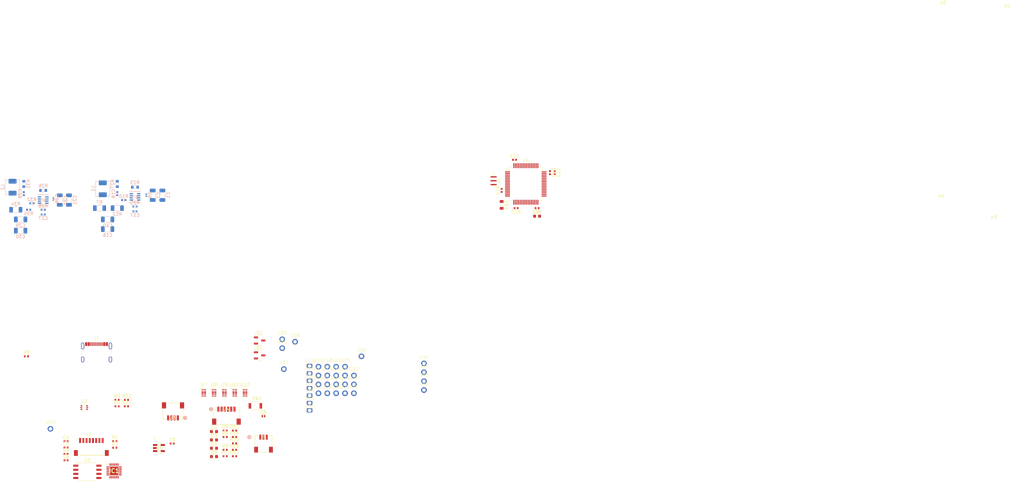
<source format=kicad_pcb>
(kicad_pcb (version 20241229) (generator "pcbnew") (generator_version "9.0")
  (title_block (title "FPV Drone F722 Flight Controller") (date "2025-08-13") (rev "v1") (company "Autores: FOURCADE, Santiago y SCOZZINA, Tomás Agustín"))
  (layers (0 "F.Cu" signal) (2 "B.Cu" signal) (13 "F.Paste" user) (15 "B.Paste" user) (5 "F.SilkS" user "F.Silkscreen") (7 "B.SilkS" user "B.Silkscreen") (1 "F.Mask" user) (3 "B.Mask" user) (25 "Edge.Cuts" user))
  (net 0 "")
  (net 1 "+VLIPO")
  (net 2 "GND")
  (net 3 "+9V")
  (net 4 "Net-(U1-VCC)")
  (net 5 "Net-(C18-Pad1)")
  (net 6 "Net-(U1-SW)")
  (net 7 "Net-(U6-VCC)")
  (net 8 "Net-(C28-Pad1)")
  (net 9 "Net-(U6-SW)")
  (net 11 "+5VBUS")
  (net 12 "/USB_CON_D+")
  (net 15 "Net-(J1-CC1)")
  (net 16 "/USB_CON_D-")
  (net 20 "Net-(J1-CC2)")
  (net 21 "Net-(R10-Pad2)")
  (net 22 "Net-(U1-FB)")
  (net 23 "/USB_D-")
  (net 24 "Net-(R22-Pad1)")
  (net 25 "Net-(U1-EN{slash}SYNC)")
  (net 26 "Net-(R24-Pad1)")
  (net 27 "/USB_D+")
  (net 28 "Net-(U1-PG)")
  (net 29 "Net-(U6-EN{slash}SYNC)")
  (net 30 "Net-(U1-BST)")
  (net 31 "Net-(U6-PG)")
  (net 32 "Net-(U6-BST)")
  (net 33 "Net-(R32-Pad2)")
  (net 34 "Net-(U6-FB)")
  (net 35 "/+3.3V")
  (net 36 "Net-(IC1-REGOUT)")
  (net 39 "/SPI1_SDI")
  (net 44 "/SPI1_SCK")
  (net 45 "/SPI1_SDO")
  (net 48 "/CS_GYRO")
  (net 50 "/INT_GYRO")
  (net 56 "/VDDA")
  (net 57 "+5VBAT")
  (net 58 "Net-(D2-K)")
  (net 59 "Net-(D3-K)")
  (net 60 "Net-(D4-K)")
  (net 61 "Net-(D5-K)")
  (net 62 "Net-(U2-~{WP}{slash}IO_{2})")
  (net 63 "Net-(U2-~{HOLD}{slash}~{RESET}{slash}IO_{3})")
  (net 64 "/CS_FLASH")
  (net 65 "/SPI2_SDI")
  (net 66 "/SPI2_SDO")
  (net 67 "/SPI2_SCK")
  (net 68 "+5V")
  (net 69 "/UART3_RX_OUT")
  (net 70 "/MOTOR3_OUT")
  (net 72 "Net-(U4-VCAP_1)")
  (net 73 "/BOOT0")
  (net 74 "/BEEPER")
  (net 75 "Net-(U4-PH1)")
  (net 76 "/MOTOR1_OUT")
  (net 77 "/ADC_CURR_OUT")
  (net 79 "/MOTOR4_OUT")
  (net 83 "/MOTOR2_OUT")
  (net 84 "/UART2_TX_OUT")
  (net 85 "/LED0")
  (net 86 "/VIDEO_OUT")
  (net 87 "Net-(U4-PH0)")
  (net 89 "/UART2_RX_OUT")
  (net 94 "/UART1_RX_OUT")
  (net 95 "/ADC_VBAT")
  (net 96 "/VIDEO_IN")
  (net 97 "/PIN_B-")
  (net 107 "/I2C_SDA_IN")
  (net 108 "/I2C_SCL_IN")
  (net 109 "Net-(R16-Pad1)")
  (net 110 "/UART3_RX_IN")
  (net 111 "/UART1_TX_IN")
  (net 112 "/MOTOR3_IN")
  (net 113 "/UART5_TX_IN")
  (net 114 "/ADC_CURR_IN")
  (net 115 "/MOTOR1_IN")
  (net 116 "/MOTOR2_IN")
  (net 117 "/UART2_TX_IN")
  (net 118 "/UART1_RX_IN")
  (net 119 "/UART5_RX_IN")
  (net 120 "/MOTOR4_IN")
  (net 121 "/UART4_RX_IN")
  (net 122 "/UART2_RX_IN")
  (net 123 "/UART3_TX_IN")
  (net 124 "/UART4_TX_IN")
  (net 125 "/UART1_TX_OUT")
  (net 126 "/UART3_TX_OUT")
  (net 127 "/UART4_RX_OUT")
  (net 128 "/UART4_TX_OUT")
  (net 129 "/UART5_TX_OUT")
  (net 130 "/UART5_RX_OUT")
  (net 133 "/I2C_SCL_OUT")
  (net 135 "/I2C_SDA_OUT")
  (footprint "Scozzina:Round Pad" (layer "F.Cu") (at 118.6423 143.2183)
    (property "Reference" "U10" (at 0 -2 0) (layer "F.SilkS") (effects (font (thickness 0.1))))
    (property "Value" "~")
    (pad "1" thru_hole circle (at 0 0) (size 1.75 1.75) (drill 1) (layers "*.Cu" "*.Mask") (net 3 "+9V"))
  )
  (footprint "Scozzina:Round Pad" (layer "F.Cu") (at 126.8923 145.9683)
    (property "Reference" "U27" (at 0 -2 0) (layer "F.SilkS") (effects (font (thickness 0.1))))
    (property "Value" "~")
    (pad "1" thru_hole circle (at 0 0) (size 1.75 1.75) (drill 1) (layers "*.Cu" "*.Mask") (net 83 "/MOTOR2_OUT"))
  )
  (footprint "Scozzina:Round Pad" (layer "F.Cu") (at 121.3923 143.2183)
    (property "Reference" "U18" (at 0 -2 0) (layer "F.SilkS") (effects (font (thickness 0.1))))
    (property "Value" "~")
    (pad "1" thru_hole circle (at 0 0) (size 1.75 1.75) (drill 1) (layers "*.Cu" "*.Mask") (net 89 "/UART2_RX_OUT"))
  )
  (footprint "Resistor_SMD:R_0402_1005Metric" (layer "F.Cu") (at 89.6873 171.008299)
    (property "Reference" "R11" (at 0 -1.17 0) (layer "F.SilkS"))
    (property "Value" "68Ω")
    (pad "1" smd roundrect (at -0.51 0) (size 0.54 0.64) (layers "F.Cu" "F.Mask" "F.Paste") (net 58 "Net-(D2-K)"))
    (pad "2" smd roundrect (at 0.51 0) (size 0.54 0.64) (layers "F.Cu" "F.Mask" "F.Paste") (net 2 "GND"))
  )
  (footprint "Scozzina:Round Pad" (layer "F.Cu") (at 124.1423 151.4683)
    (property "Reference" "U25" (at 0 -2 0) (layer "F.SilkS") (effects (font (thickness 0.1))))
    (property "Value" "~")
    (pad "1" thru_hole circle (at 0 0) (size 1.75 1.75) (drill 1) (layers "*.Cu" "*.Mask") (net 77 "/ADC_CURR_OUT"))
  )
  (footprint "Scozzina:Round Pad" (layer "F.Cu") (at 129.6423 145.9683)
    (property "Reference" "U32" (at 0 -2 0) (layer "F.SilkS") (effects (font (thickness 0.1))))
    (property "Value" "~")
    (pad "1" thru_hole circle (at 0 0) (size 1.75 1.75) (drill 1) (layers "*.Cu" "*.Mask") (net 3 "+9V"))
  )
  (footprint "Scozzina:Square Pad" (layer "F.Cu") (at 115.8923 145.2933)
    (property "Reference" "U15" (at 0 -1.5 0) (layer "F.SilkS") (effects (font (thickness 0.1))))
    (property "Value" "~")
    (pad "1" thru_hole roundrect (at 0 0) (size 1.75 1.3) (drill 1) (layers "*.Cu" "*.Mask") (roundrect_rratio 0.1968503937) (net 2 "GND"))
  )
  (footprint "Scozzina:Round Pad" (layer "F.Cu") (at 118.6423 145.9683)
    (property "Reference" "U14" (at 0 -2 0) (layer "F.SilkS") (effects (font (thickness 0.1))))
    (property "Value" "~")
    (pad "1" thru_hole circle (at 0 0) (size 1.75 1.75) (drill 1) (layers "*.Cu" "*.Mask") (net 68 "+5V"))
  )
  (footprint "Scozzina:Round Pad" (layer "F.Cu") (at 151.3923 142.2183)
    (property "Reference" "U41" (at 0 -2 0) (layer "F.SilkS") (effects (font (thickness 0.1))))
    (property "Value" "~")
    (pad "1" thru_hole circle (at 0 0) (size 1.75 1.75) (drill 1) (layers "*.Cu" "*.Mask") (net 129 "/UART5_TX_OUT"))
  )
  (footprint "Resistor_SMD:R_0402_1005Metric" (layer "F.Cu") (at 92.5973 163.048299)
    (property "Reference" "R13" (at 0 -1.17 0) (layer "F.SilkS"))
    (property "Value" "150Ω")
    (pad "1" smd roundrect (at -0.51 0) (size 0.54 0.64) (layers "F.Cu" "F.Mask" "F.Paste") (net 59 "Net-(D3-K)"))
    (pad "2" smd roundrect (at 0.51 0) (size 0.54 0.64) (layers "F.Cu" "F.Mask" "F.Paste") (net 2 "GND"))
  )
  (footprint "Scozzina:Round Pad" (layer "F.Cu") (at 107.3923 137.4683)
    (property "Reference" "U36" (at 0 -2 0) (layer "F.SilkS") (effects (font (thickness 0.1))))
    (property "Value" "~")
    (pad "1" thru_hole circle (at 0 0) (size 1.75 1.75) (drill 1) (layers "*.Cu" "*.Mask") (net 68 "+5V"))
  )
  (footprint "Scozzina:Round Pad" (layer "F.Cu") (at 121.3923 151.4683)
    (property "Reference" "U21" (at 0 -2 0) (layer "F.SilkS") (effects (font (thickness 0.1))))
    (property "Value" "~")
    (pad "1" thru_hole circle (at 0 0) (size 1.75 1.75) (drill 1) (layers "*.Cu" "*.Mask") (net 127 "/UART4_RX_OUT"))
  )
  (footprint "Resistor_SMD:R_0402_1005Metric" (layer "F.Cu") (at 56.1323 155.5083)
    (property "Reference" "R4" (at 0 -1.17 0) (layer "F.SilkS"))
    (property "Value" "5.1KΩ")
    (pad "1" smd roundrect (at -0.51 0) (size 0.54 0.64) (layers "F.Cu" "F.Mask" "F.Paste") (net 20 "Net-(J1-CC2)"))
    (pad "2" smd roundrect (at 0.51 0) (size 0.54 0.64) (layers "F.Cu" "F.Mask" "F.Paste") (net 2 "GND"))
  )
  (footprint "MountingHole:MountingHole_4.3mm_M4" (layer "F.Cu") (at 312.5 35.5)
    (property "Reference" "H2" (at 0 -5.25 0) (layer "F.SilkS"))
    (property "Value" "MountingHole")
    (pad "" np_thru_hole circle (at 0 0) (size 4.3 4.3) (drill 4.3) (layers "*.Cu" "*.Mask"))
  )
  (footprint "Resistor_SMD:R_0402_1005Metric" (layer "F.Cu") (at 92.5973 171.008299)
    (property "Reference" "R17" (at 0 -1.17 0) (layer "F.SilkS"))
    (property "Value" "100Ω")
    (pad "1" smd roundrect (at -0.51 0) (size 0.54 0.64) (layers "F.Cu" "F.Mask" "F.Paste") (net 109 "Net-(R16-Pad1)"))
    (pad "2" smd roundrect (at 0.51 0) (size 0.54 0.64) (layers "F.Cu" "F.Mask" "F.Paste") (net 73 "/BOOT0"))
  )
  (footprint "Resistor_SMD:R_0402_1005Metric" (layer "F.Cu") (at 28 140)
    (property "Reference" "R8" (at 0 -1.17 0) (layer "F.SilkS"))
    (property "Value" "18KΩ")
    (pad "1" smd roundrect (at -0.51 0) (size 0.54 0.64) (layers "F.Cu" "F.Mask" "F.Paste") (net 1 "+VLIPO"))
    (pad "2" smd roundrect (at 0.51 0) (size 0.54 0.64) (layers "F.Cu" "F.Mask" "F.Paste") (net 95 "/ADC_VBAT"))
  )
  (footprint "Scozzina:JST_SM08B-SRSS-TB" (layer "F.Cu") (at 48.1623 170.8983)
    (property "Reference" "J2" (at -0.926095 -6.542685 0) (layer "F.SilkS") (effects (font (size 1.001173 1.001173))))
    (property "Value" "SM08B-SRSS-TB")
    (pad "" smd rect (at -4.8 -0.9) (size 1.2 1.8) (layers "F.Cu" "F.Mask" "F.Paste"))
    (pad "" smd rect (at 4.8 -0.9) (size 1.2 1.8) (layers "F.Cu" "F.Mask" "F.Paste"))
    (pad "1" smd rect (at -3.5 -4.775) (size 0.6 1.55) (layers "F.Cu" "F.Mask" "F.Paste") (net 77 "/ADC_CURR_OUT"))
    (pad "2" smd rect (at -2.5 -4.775) (size 0.6 1.55) (layers "F.Cu" "F.Mask" "F.Paste") (net 69 "/UART3_RX_OUT"))
    (pad "3" smd rect (at -1.5 -4.775) (size 0.6 1.55) (layers "F.Cu" "F.Mask" "F.Paste") (net 79 "/MOTOR4_OUT"))
    (pad "4" smd rect (at -0.5 -4.775) (size 0.6 1.55) (layers "F.Cu" "F.Mask" "F.Paste") (net 70 "/MOTOR3_OUT"))
    (pad "5" smd rect (at 0.5 -4.775) (size 0.6 1.55) (layers "F.Cu" "F.Mask" "F.Paste") (net 83 "/MOTOR2_OUT"))
    (pad "6" smd rect (at 1.5 -4.775) (size 0.6 1.55) (layers "F.Cu" "F.Mask" "F.Paste") (net 76 "/MOTOR1_OUT"))
    (pad "7" smd rect (at 2.5 -4.775) (size 0.6 1.55) (layers "F.Cu" "F.Mask" "F.Paste") (net 1 "+VLIPO"))
    (pad "8" smd rect (at 3.5 -4.775) (size 0.6 1.55) (layers "F.Cu" "F.Mask" "F.Paste") (net 2 "GND"))
  )
  (footprint "Capacitor_SMD:C_0402_1005Metric" (layer "F.Cu") (at 179.5 79)
    (property "Reference" "C11" (at 0 -1.16 0) (layer "F.SilkS"))
    (property "Value" "100nF")
    (pad "1" smd roundrect (at -0.48 0) (size 0.56 0.62) (layers "F.Cu" "F.Mask" "F.Paste") (net 35 "/+3.3V"))
    (pad "2" smd roundrect (at 0.48 0) (size 0.56 0.62) (layers "F.Cu" "F.Mask" "F.Paste") (net 2 "GND"))
  )
  (footprint "Package_DFN_QFN:Diodes_UDFN-10_1.0x2.5mm_P0.5mm" (layer "F.Cu") (at 83.0423 151.333299)
    (property "Reference" "U7" (at 0 -2.54 0) (layer "F.SilkS"))
    (property "Value" "ESD224DQA")
    (pad "1" smd rect (at -0.3875 -1 270) (size 0.25 0.625) (layers "F.Cu" "F.Mask" "F.Paste") (net 111 "/UART1_TX_IN"))
    (pad "2" smd rect (at -0.3875 -0.5 270) (size 0.25 0.625) (layers "F.Cu" "F.Mask" "F.Paste") (net 118 "/UART1_RX_IN"))
    (pad "3" smd rect (at -0.35 0 270) (size 0.45 0.7) (layers "F.Cu" "F.Mask" "F.Paste") (net 2 "GND"))
    (pad "4" smd rect (at -0.3875 0.5 270) (size 0.25 0.625) (layers "F.Cu" "F.Mask" "F.Paste") (net 117 "/UART2_TX_IN"))
    (pad "5" smd rect (at -0.3875 1 270) (size 0.25 0.625) (layers "F.Cu" "F.Mask" "F.Paste") (net 122 "/UART2_RX_IN"))
    (pad "6" smd rect (at 0.3875 1 270) (size 0.25 0.625) (layers "F.Cu" "F.Mask" "F.Paste") (net 89 "/UART2_RX_OUT"))
    (pad "7" smd rect (at 0.3875 0.5 270) (size 0.25 0.625) (layers "F.Cu" "F.Mask" "F.Paste") (net 84 "/UART2_TX_OUT"))
    (pad "8" smd rect (at 0.4125 0 270) (size 0.45 0.575) (layers "F.Cu" "F.Mask" "F.Paste") (net 2 "GND"))
    (pad "9" smd rect (at 0.3875 -0.5 270) (size 0.25 0.625) (layers "F.Cu" "F.Mask" "F.Paste") (net 94 "/UART1_RX_OUT"))
    (pad "10" smd rect (at 0.3875 -1 270) (size 0.25 0.625) (layers "F.Cu" "F.Mask" "F.Paste") (net 125 "/UART1_TX_OUT"))
  )
  (footprint "Package_SO:SOIC-8_5.3x5.3mm_P1.27mm" (layer "F.Cu") (at 46.9123 175.8483)
    (property "Reference" "U2" (at 0 -3.6 0) (layer "F.SilkS"))
    (property "Value" "W25Q128JVS")
    (pad "1" smd roundrect (at -3.5875 -1.905) (size 1.625 0.65) (layers "F.Cu" "F.Mask" "F.Paste") (net 64 "/CS_FLASH"))
    (pad "2" smd roundrect (at -3.5875 -0.635) (size 1.625 0.65) (layers "F.Cu" "F.Mask" "F.Paste") (net 66 "/SPI2_SDO"))
    (pad "3" smd roundrect (at -3.5875 0.635) (size 1.625 0.65) (layers "F.Cu" "F.Mask" "F.Paste") (net 62 "Net-(U2-~{WP}{slash}IO_{2})"))
    (pad "4" smd roundrect (at -3.5875 1.905) (size 1.625 0.65) (layers "F.Cu" "F.Mask" "F.Paste") (net 2 "GND"))
    (pad "5" smd roundrect (at 3.5875 1.905) (size 1.625 0.65) (layers "F.Cu" "F.Mask" "F.Paste") (net 65 "/SPI2_SDI"))
    (pad "6" smd roundrect (at 3.5875 0.635) (size 1.625 0.65) (layers "F.Cu" "F.Mask" "F.Paste") (net 67 "/SPI2_SCK"))
    (pad "7" smd roundrect (at 3.5875 -0.635) (size 1.625 0.65) (layers "F.Cu" "F.Mask" "F.Paste") (net 63 "Net-(U2-~{HOLD}{slash}~{RESET}{slash}IO_{3})"))
    (pad "8" smd roundrect (at 3.5875 -1.905) (size 1.625 0.65) (layers "F.Cu" "F.Mask" "F.Paste") (net 35 "/+3.3V"))
  )
  (footprint "Capacitor_SMD:C_0402_1005Metric" (layer "F.Cu") (at 40.3023 170.2983)
    (property "Reference" "C4" (at 0 -1.16 0) (layer "F.SilkS"))
    (property "Value" "470pF")
    (pad "1" smd roundrect (at -0.48 0) (size 0.56 0.62) (layers "F.Cu" "F.Mask" "F.Paste") (net 36 "Net-(IC1-REGOUT)"))
    (pad "2" smd roundrect (at 0.48 0) (size 0.56 0.62) (layers "F.Cu" "F.Mask" "F.Paste") (net 2 "GND"))
  )
  (footprint "Resistor_SMD:R_0402_1005Metric" (layer "F.Cu") (at 92.5973 167.028299)
    (property "Reference" "R15" (at 0 -1.17 0) (layer "F.SilkS"))
    (property "Value" "33Ω")
    (pad "1" smd roundrect (at -0.51 0) (size 0.54 0.64) (layers "F.Cu" "F.Mask" "F.Paste") (net 61 "Net-(D5-K)"))
    (pad "2" smd roundrect (at 0.51 0) (size 0.54 0.64) (layers "F.Cu" "F.Mask" "F.Paste") (net 2 "GND"))
  )
  (footprint "Scozzina:Square Pad" (layer "F.Cu") (at 115.8923 156.7933)
    (property "Reference" "U44" (at 0 -1.5 0) (layer "F.SilkS") (effects (font (thickness 0.1))))
    (property "Value" "~")
    (pad "1" thru_hole roundrect (at 0 0) (size 1.75 1.3) (drill 1) (layers "*.Cu" "*.Mask") (roundrect_rratio 0.1968503937) (net 2 "GND"))
  )
  (footprint "LED_SMD:LED_0603_1608Metric" (layer "F.Cu") (at 86.2273 168.528299)
    (property "Reference" "D4" (at 0 -1.43 0) (layer "F.SilkS"))
    (property "Value" "LED rojo")
    (pad "1" smd roundrect (at -0.7875 0) (size 0.875 0.95) (layers "F.Cu" "F.Mask" "F.Paste") (net 60 "Net-(D4-K)"))
    (pad "2" smd roundrect (at 0.7875 0) (size 0.875 0.95) (layers "F.Cu" "F.Mask" "F.Paste") (net 3 "+9V"))
  )
  (footprint "Scozzina:Round Pad" (layer "F.Cu") (at 151.3923 147.7183)
    (property "Reference" "U45" (at 0 -2 0) (layer "F.SilkS") (effects (font (thickness 0.1))))
    (property "Value" "~")
    (pad "1" thru_hole circle (at 0 0) (size 1.75 1.75) (drill 1) (layers "*.Cu" "*.Mask") (net 68 "+5V"))
  )
  (footprint "Package_DFN_QFN:Diodes_UDFN-10_1.0x2.5mm_P0.5mm" (layer "F.Cu") (at 95.8623 151.333299)
    (property "Reference" "U12" (at 0 -2.54 0) (layer "F.SilkS"))
    (property "Value" "ESD224DQA")
    (pad "1" smd rect (at -0.3875 -1 270) (size 0.25 0.625) (layers "F.Cu" "F.Mask" "F.Paste") (net 108 "/I2C_SCL_IN"))
    (pad "2" smd rect (at -0.3875 -0.5 270) (size 0.25 0.625) (layers "F.Cu" "F.Mask" "F.Paste") (net 107 "/I2C_SDA_IN"))
    (pad "3" smd rect (at -0.35 0 270) (size 0.45 0.7) (layers "F.Cu" "F.Mask" "F.Paste") (net 2 "GND"))
    (pad "4" smd rect (at -0.3875 0.5 270) (size 0.25 0.625) (layers "F.Cu" "F.Mask" "F.Paste"))
    (pad "5" smd rect (at -0.3875 1 270) (size 0.25 0.625) (layers "F.Cu" "F.Mask" "F.Paste"))
    (pad "6" smd rect (at 0.3875 1 270) (size 0.25 0.625) (layers "F.Cu" "F.Mask" "F.Paste"))
    (pad "7" smd rect (at 0.3875 0.5 270) (size 0.25 0.625) (layers "F.Cu" "F.Mask" "F.Paste"))
    (pad "8" smd rect (at 0.4125 0 270) (size 0.45 0.575) (layers "F.Cu" "F.Mask" "F.Paste") (net 2 "GND"))
    (pad "9" smd rect (at 0.3875 -0.5 270) (size 0.25 0.625) (layers "F.Cu" "F.Mask" "F.Paste") (net 135 "/I2C_SDA_OUT"))
    (pad "10" smd rect (at 0.3875 -1 270) (size 0.25 0.625) (layers "F.Cu" "F.Mask" "F.Paste") (net 133 "/I2C_SCL_OUT"))
  )
  (footprint "Scozzina:Round Pad" (layer "F.Cu") (at 132 140)
    (property "Reference" "U30" (at 0 -2 0) (layer "F.SilkS") (effects (font (thickness 0.1))))
    (property "Value" "~")
    (pad "1" thru_hole circle (at 0 0) (size 1.75 1.75) (drill 1) (layers "*.Cu" "*.Mask") (net 1 "+VLIPO"))
  )
  (footprint "Package_TO_SOT_SMD:SOT-666" (layer "F.Cu") (at 45.9423 155.9233)
    (property "Reference" "U3" (at 0 -2 0) (layer "F.SilkS"))
    (property "Value" "USBLC6-2P6")
    (pad "1" smd roundrect (at -0.85 -0.5375) (size 0.5 0.375) (layers "F.Cu" "F.Mask" "F.Paste") (net 16 "/USB_CON_D-"))
    (pad "2" smd roundrect (at -0.925 0) (size 0.65 0.3) (layers "F.Cu" "F.Mask" "F.Paste") (net 2 "GND"))
    (pad "3" smd roundrect (at -0.85 0.5375) (size 0.5 0.375) (layers "F.Cu" "F.Mask" "F.Paste") (net 12 "/USB_CON_D+"))
    (pad "4" smd roundrect (at 0.85 0.5375) (size 0.5 0.375) (layers "F.Cu" "F.Mask" "F.Paste") (net 26 "Net-(R24-Pad1)"))
    (pad "5" smd roundrect (at 0.925 0) (size 0.65 0.3) (layers "F.Cu" "F.Mask" "F.Paste") (net 11 "+5VBUS"))
    (pad "6" smd roundrect (at 0.85 -0.5375) (size 0.5 0.375) (layers "F.Cu" "F.Mask" "F.Paste") (net 24 "Net-(R22-Pad1)"))
  )
  (footprint "Scozzina:Round Pad" (layer "F.Cu") (at 124.1423 148.7183)
    (property "Reference" "U24" (at 0 -2 0) (layer "F.SilkS") (effects (font (thickness 0.1))))
    (property "Value" "~")
    (pad "1" thru_hole circle (at 0 0) (size 1.75 1.75) (drill 1) (layers "*.Cu" "*.Mask") (net 69 "/UART3_RX_OUT"))
  )
  (footprint "Package_TO_SOT_SMD:SOT-23-3" (layer "F.Cu") (at 100.3873 135.083299)
    (property "Reference" "D1" (at 0 -2.4 0) (layer "F.SilkS"))
    (property "Value" "BAT54C")
    (pad "1" smd roundrect (at -1.1375 -0.95) (size 1.325 0.6) (layers "F.Cu" "F.Mask" "F.Paste") (net 57 "+5VBAT"))
    (pad "2" smd roundrect (at -1.1375 0.95) (size 1.325 0.6) (layers "F.Cu" "F.Mask" "F.Paste") (net 11 "+5VBUS"))
    (pad "3" smd roundrect (at 1.1375 0) (size 1.325 0.6) (layers "F.Cu" "F.Mask" "F.Paste") (net 68 "+5V"))
  )
  (footprint "Scozzina:Round Pad" (layer "F.Cu") (at 151.3923 144.9683)
    (property "Reference" "U42" (at 0 -2 0) (layer "F.SilkS") (effects (font (thickness 0.1))))
    (property "Value" "~")
    (pad "1" thru_hole circle (at 0 0) (size 1.75 1.75) (drill 1) (layers "*.Cu" "*.Mask") (net 130 "/UART5_RX_OUT"))
  )
  (footprint "Capacitor_SMD:C_0402_1005Metric" (layer "F.Cu") (at 190.5 83 -90)
    (property "Reference" "C13" (at 0 -1.16 90) (layer "F.SilkS"))
    (property "Value" "100nF")
    (pad "1" smd roundrect (at -0.48 0 270) (size 0.56 0.62) (layers "F.Cu" "F.Mask" "F.Paste") (net 35 "/+3.3V"))
    (pad "2" smd roundrect (at 0.48 0 270) (size 0.56 0.62) (layers "F.Cu" "F.Mask" "F.Paste") (net 2 "GND"))
  )
  (footprint "Capacitor_SMD:C_0402_1005Metric" (layer "F.Cu") (at 192 83 -90)
    (property "Reference" "C12" (at 0 -1.16 90) (layer "F.SilkS"))
    (property "Value" "100nF")
    (pad "1" smd roundrect (at -0.48 0 270) (size 0.56 0.62) (layers "F.Cu" "F.Mask" "F.Paste") (net 35 "/+3.3V"))
    (pad "2" smd roundrect (at 0.48 0 270) (size 0.56 0.62) (layers "F.Cu" "F.Mask" "F.Paste") (net 2 "GND"))
  )
  (footprint "Package_DFN_QFN:Diodes_UDFN-10_1.0x2.5mm_P0.5mm" (layer "F.Cu") (at 92.6573 151.333299)
    (property "Reference" "U11" (at 0 -2.54 0) (layer "F.SilkS"))
    (property "Value" "ESD224DQA")
    (pad "1" smd rect (at -0.3875 -1 270) (size 0.25 0.625) (layers "F.Cu" "F.Mask" "F.Paste") (net 124 "/UART4_TX_IN"))
    (pad "2" smd rect (at -0.3875 -0.5 270) (size 0.25 0.625) (layers "F.Cu" "F.Mask" "F.Paste") (net 121 "/UART4_RX_IN"))
    (pad "3" smd rect (at -0.35 0 270) (size 0.45 0.7) (layers "F.Cu" "F.Mask" "F.Paste") (net 2 "GND"))
    (pad "4" smd rect (at -0.3875 0.5 270) (size 0.25 0.625) (layers "F.Cu" "F.Mask" "F.Paste") (net 113 "/UART5_TX_IN"))
    (pad "5" smd rect (at -0.3875 1 270) (size 0.25 0.625) (layers "F.Cu" "F.Mask" "F.Paste") (net 119 "/UART5_RX_IN"))
    (pad "6" smd rect (at 0.3875 1 270) (size 0.25 0.625) (layers "F.Cu" "F.Mask" "F.Paste") (net 130 "/UART5_RX_OUT"))
    (pad "7" smd rect (at 0.3875 0.5 270) (size 0.25 0.625) (layers "F.Cu" "F.Mask" "F.Paste") (net 129 "/UART5_TX_OUT"))
    (pad "8" smd rect (at 0.4125 0 270) (size 0.45 0.575) (layers "F.Cu" "F.Mask" "F.Paste") (net 2 "GND"))
    (pad "9" smd rect (at 0.3875 -0.5 270) (size 0.25 0.625) (layers "F.Cu" "F.Mask" "F.Paste") (net 127 "/UART4_RX_OUT"))
    (pad "10" smd rect (at 0.3875 -1 270) (size 0.25 0.625) (layers "F.Cu" "F.Mask" "F.Paste") (net 128 "/UART4_TX_OUT"))
  )
  (footprint "Scozzina:CONN_SM03B-SRSS-TB_JST" (layer "F.Cu") (at 101.5923 167.193299)
    (property "Reference" "J5" (at 0 -2.1 0) (layer "F.SilkS"))
    (property "Value" "SM03B-SRSS-TB")
    (pad "" smd rect (at -2.3 1.775001) (size 1.1938 1.8034) (layers "F.Cu" "F.Mask" "F.Paste"))
    (pad "" smd rect (at 2.3 1.775001) (size 1.1938 1.8034) (layers "F.Cu" "F.Mask" "F.Paste"))
    (pad "1" smd rect (at -1.000001 -2.1) (size 0.6096 1.5494) (layers "F.Cu" "F.Mask" "F.Paste") (net 96 "/VIDEO_IN"))
    (pad "2" smd rect (at 0 -2.1) (size 0.6096 1.5494) (layers "F.Cu" "F.Mask" "F.Paste") (net 2 "GND"))
    (pad "3" smd rect (at 1.000001 -2.1) (size 0.6096 1.5494) (layers "F.Cu" "F.Mask" "F.Paste") (net 3 "+9V"))
  )
  (footprint "Resistor_SMD:R_0402_1005Metric" (layer "F.Cu") (at 89.6873 163.048299)
    (property "Reference" "R5" (at 0 -1.17 0) (layer "F.SilkS"))
    (property "Value" "2.2KΩ")
    (pad "1" smd roundrect (at -0.51 0) (size 0.54 0.64) (layers "F.Cu" "F.Mask" "F.Paste") (net 35 "/+3.3V"))
    (pad "2" smd roundrect (at 0.51 0) (size 0.54 0.64) (layers "F.Cu" "F.Mask" "F.Paste") (net 107 "/I2C_SDA_IN"))
  )
  (footprint "Resistor_SMD:R_0402_1005Metric" (layer "F.Cu") (at 92.5973 169.018299)
    (property "Reference" "R16" (at 0 -1.17 0) (layer "F.SilkS"))
    (property "Value" "10KΩ")
    (pad "1" smd roundrect (at -0.51 0) (size 0.54 0.64) (layers "F.Cu" "F.Mask" "F.Paste") (net 109 "Net-(R16-Pad1)"))
    (pad "2" smd roundrect (at 0.51 0) (size 0.54 0.64) (layers "F.Cu" "F.Mask" "F.Paste") (net 2 "GND"))
  )
  (footprint "Scozzina:Round Pad" (layer "F.Cu") (at 118.6423 151.4683)
    (property "Reference" "U17" (at 0 -2 0) (layer "F.SilkS") (effects (font (thickness 0.1))))
    (property "Value" "~")
    (pad "1" thru_hole circle (at 0 0) (size 1.75 1.75) (drill 1) (layers "*.Cu" "*.Mask") (net 94 "/UART1_RX_OUT"))
  )
  (footprint "Scozzina:Square Pad" (layer "F.Cu") (at 115.8923 154.4933)
    (property "Reference" "U43" (at 0 -1.5 0) (layer "F.SilkS") (effects (font (thickness 0.1))))
    (property "Value" "~")
    (pad "1" thru_hole roundrect (at 0 0) (size 1.75 1.3) (drill 1) (layers "*.Cu" "*.Mask") (roundrect_rratio 0.1968503937) (net 2 "GND"))
  )
  (footprint "Resistor_SMD:R_0402_1005Metric" (layer "F.Cu") (at 89.6873 169.018299)
    (property "Reference" "R9" (at 0 -1.17 0) (layer "F.SilkS"))
    (property "Value" "2KΩ")
    (pad "1" smd roundrect (at -0.51 0) (size 0.54 0.64) (layers "F.Cu" "F.Mask" "F.Paste") (net 95 "/ADC_VBAT"))
    (pad "2" smd roundrect (at 0.51 0) (size 0.54 0.64) (layers "F.Cu" "F.Mask" "F.Paste") (net 2 "GND"))
  )
  (footprint "Scozzina:SW_B3U-1000P" (layer "F.Cu") (at 99.0623 155.378299)
    (property "Reference" "SW1" (at 0.475 -2.335 0) (layer "F.SilkS"))
    (property "Value" "SW_Push")
    (pad "1" smd rect (at -1.7 0) (size 0.8 1.7) (layers "F.Cu" "F.Mask" "F.Paste") (net 35 "/+3.3V"))
    (pad "2" smd rect (at 1.7 0) (size 0.8 1.7) (layers "F.Cu" "F.Mask" "F.Paste") (net 109 "Net-(R16-Pad1)"))
  )
  (footprint "Resistor_SMD:R_0402_1005Metric" (layer "F.Cu") (at 89.6873 165.038299)
    (property "Reference" "R6" (at 0 -1.17 0) (layer "F.SilkS"))
    (property "Value" "2.2KΩ")
    (pad "1" smd roundrect (at -0.51 0) (size 0.54 0.64) (layers "F.Cu" "F.Mask" "F.Paste") (net 35 "/+3.3V"))
    (pad "2" smd roundrect (at 0.51 0) (size 0.54 0.64) (layers "F.Cu" "F.Mask" "F.Paste") (net 108 "/I2C_SCL_IN"))
  )
  (footprint "Scozzina:Square Pad" (layer "F.Cu") (at 115.8923 142.9933)
    (property "Reference" "U13" (at 0 -1.5 0) (layer "F.SilkS") (effects (font (thickness 0.1))))
    (property "Value" "~")
    (pad "1" thru_hole roundrect (at 0 0) (size 1.75 1.3) (drill 1) (layers "*.Cu" "*.Mask") (roundrect_rratio 0.1968503937) (net 2 "GND"))
  )
  (footprint "Scozzina:Round Pad" (layer "F.Cu") (at 129.6423 148.7183)
    (property "Reference" "U33" (at 0 -2 0) (layer "F.SilkS") (effects (font (thickness 0.1))))
    (property "Value" "~")
    (pad "1" thru_hole circle (at 0 0) (size 1.75 1.75) (drill 1) (layers "*.Cu" "*.Mask") (net 96 "/VIDEO_IN"))
  )
  (footprint "Capacitor_SMD:C_0402_1005Metric" (layer "F.Cu") (at 40.3023 172.2683)
    (property "Reference" "C6" (at 0 -1.16 0) (layer "F.SilkS"))
    (property "Value" "10nF")
    (pad "1" smd roundrect (at -0.48 0) (size 0.56 0.62) (layers "F.Cu" "F.Mask" "F.Paste") (net 2 "GND"))
    (pad "2" smd roundrect (at 0.48 0) (size 0.56 0.62) (layers "F.Cu" "F.Mask" "F.Paste") (net 35 "/+3.3V"))
  )
  (footprint "Scozzina:Round Pad" (layer "F.Cu") (at 111.3923 135.4683)
    (property "Reference" "U38" (at 0 -2 0) (layer "F.SilkS") (effects (font (thickness 0.1))))
    (property "Value" "~")
    (pad "1" thru_hole circle (at 0 0) (size 1.75 1.75) (drill 1) (layers "*.Cu" "*.Mask") (net 84 "/UART2_TX_OUT"))
  )
  (footprint "Capacitor_SMD:C_0402_1005Metric" (layer "F.Cu") (at 40.3023 166.3583)
    (property "Reference" "C2" (at 0 -1.16 0) (layer "F.SilkS"))
    (property "Value" "2.2uF")
    (pad "1" smd roundrect (at -0.48 0) (size 0.56 0.62) (layers "F.Cu" "F.Mask" "F.Paste") (net 2 "GND"))
    (pad "2" smd roundrect (at 0.48 0) (size 0.56 0.62) (layers "F.Cu" "F.Mask" "F.Paste") (net 35 "/+3.3V"))
  )
  (footprint "LED_SMD:LED_0603_1608Metric" (layer "F.Cu") (at 86.2273 171.118299)
    (property "Reference" "D5" (at 0 -1.43 0) (layer "F.SilkS"))
    (property "Value" "LED verde")
    (pad "1" smd roundrect (at -0.7875 0) (size 0.875 0.95) (layers "F.Cu" "F.Mask" "F.Paste") (net 61 "Net-(D5-K)"))
    (pad "2" smd roundrect (at 0.7875 0) (size 0.875 0.95) (layers "F.Cu" "F.Mask" "F.Paste") (net 85 "/LED0"))
  )
  (footprint "Resistor_SMD:R_0402_1005Metric" (layer "F.Cu") (at 92.5973 165.038299)
    (property "Reference" "R14" (at 0 -1.17 0) (layer "F.SilkS"))
    (property "Value" "390Ω")
    (pad "1" smd roundrect (at -0.51 0) (size 0.54 0.64) (layers "F.Cu" "F.Mask" "F.Paste") (net 60 "Net-(D4-K)"))
    (pad "2" smd roundrect (at 0.51 0) (size 0.54 0.64) (layers "F.Cu" "F.Mask" "F.Paste") (net 2 "GND"))
  )
  (footprint "Scozzina:Round Pad" (layer "F.Cu") (at 126.8923 143.2183)
    (property "Reference" "U26" (at 0 -2 0) (layer "F.SilkS") (effects (font (thickness 0.1))))
    (property "Value" "~")
    (pad "1" thru_hole circle (at 0 0) (size 1.75 1.75) (drill 1) (layers "*.Cu" "*.Mask") (net 76 "/MOTOR1_OUT"))
  )
  (footprint "Diode_SMD:D_SOD-882" (layer "F.Cu") (at 101.5823 158.573299)
    (property "Reference" "D6" (at 0 -1.35 0) (layer "F.SilkS"))
    (property "Value" "PESD3V3S1UL")
    (pad "1" smd roundrect (at -0.35 0) (size 0.4 0.7) (layers "F.Cu" "F.Mask") (roundrect_rratio 0.125) (net 73 "/BOOT0"))
    (pad "2" smd roundrect (at 0.35 0) (size 0.4 0.7) (layers "F.Cu" "F.Mask") (roundrect_rratio 0.125) (net 2 "GND"))
  )
  (footprint "Resistor_SMD:R_0402_1005Metric" (layer "F.Cu") (at 59.0423 153.5183)
    (property "Reference" "R22" (at 0 -1.17 0) (layer "F.SilkS"))
    (property "Value" "22Ω")
    (pad "1" smd roundrect (at -0.51 0) (size 0.54 0.64) (layers "F.Cu" "F.Mask" "F.Paste") (net 24 "Net-(R22-Pad1)"))
    (pad "2" smd roundrect (at 0.51 0) (size 0.54 0.64) (layers "F.Cu" "F.Mask" "F.Paste") (net 23 "/USB_D-"))
  )
  (footprint "Scozzina:Square Pad" (layer "F.Cu") (at 115.8923 147.5933)
    (property "Reference" "U31" (at 0 -1.5 0) (layer "F.SilkS") (effects (font (thickness 0.1))))
    (property "Value" "~")
    (pad "1" thru_hole roundrect (at 0 0) (size 1.75 1.3) (drill 1) (layers "*.Cu" "*.Mask") (roundrect_rratio 0.1968503937) (net 2 "GND"))
  )
  (footprint "Package_DFN_QFN:Diodes_UDFN-10_1.0x2.5mm_P0.5mm" (layer "F.Cu") (at 86.2473 151.333299)
    (property "Reference" "U8" (at 0 -2.54 0) (layer "F.SilkS"))
    (property "Value" "ESD224DQA")
    (pad "1" smd rect (at -0.3875 -1 270) (size 0.25 0.625) (layers "F.Cu" "F.Mask" "F.Paste") (net 115 "/MOTOR1_IN"))
    (pad "2" smd rect (at -0.3875 -0.5 270) (size 0.25 0.625) (layers "F.Cu" "F.Mask" "F.Paste") (net 116 "/MOTOR2_IN"))
    (pad "3" smd rect (at -0.35 0 270) (size 0.45 0.7) (layers "F.Cu" "F.Mask" "F.Paste") (net 2 "GND"))
    (pad "4" smd rect (at -0.3875 0.5 270) (size 0.25 0.625) (layers "F.Cu" "F.Mask" "F.Paste") (net 112 "/MOTOR3_IN"))
    (pad "5" smd rect (at -0.3875 1 270) (size 0.25 0.625) (layers "F.Cu" "F.Mask" "F.Paste") (net 120 "/MOTOR4_IN"))
    (pad "6" smd rect (at 0.3875 1 270) (size 0.25 0.625) (layers "F.Cu" "F.Mask" "F.Paste") (net 79 "/MOTOR4_OUT"))
    (pad "7" smd rect (at 0.3875 0.5 270) (size 0.25 0.625) (layers "F.Cu" "F.Mask" "F.Paste") (net 70 "/MOTOR3_OUT"))
    (pad "8" smd rect (at 0.4125 0 270) (size 0.45 0.575) (layers "F.Cu" "F.Mask" "F.Paste") (net 2 "GND"))
    (pad "9" smd rect (at 0.3875 -0.5 270) (size 0.25 0.625) (layers "F.Cu" "F.Mask" "F.Paste") (net 83 "/MOTOR2_OUT"))
    (pad "10" smd rect (at 0.3875 -1 270) (size 0.25 0.625) (layers "F.Cu" "F.Mask" "F.Paste") (net 76 "/MOTOR1_OUT"))
  )
  (footprint "MountingHole:MountingHole_4.3mm_M4" (layer "F.Cu") (at 332.5 36.5)
    (property "Reference" "H1" (at 0 -5.25 0) (layer "F.SilkS"))
    (property "Value" "MountingHole")
    (pad "" np_thru_hole circle (at 0 0) (size 4.3 4.3) (drill 4.3) (layers "*.Cu" "*.Mask"))
  )
  (footprint "Scozzina:Round Pad" (layer "F.Cu") (at 126.8923 148.7183)
    (property "Reference" "U28" (at 0 -2 0) (layer "F.SilkS") (effects (font (thickness 0.1))))
    (property "Value" "~")
    (pad "1" thru_hole circle (at 0 0) (size 1.75 1.75) (drill 1) (layers "*.Cu" "*.Mask") (net 70 "/MOTOR3_OUT"))
  )
  (footprint "Scozzina:Round Pad" (layer "F.Cu") (at 118.6423 148.7183)
    (property "Reference" "U16" (at 0 -2 0) (layer "F.SilkS") (effects (font (thickness 0.1))))
    (property "Value" "~")
    (pad "1" thru_hole circle (at 0 0) (size 1.75 1.75) (drill 1) (layers "*.Cu" "*.Mask") (net 125 "/UART1_TX_OUT"))
  )
  (footprint "Scozzina:Round Pad" (layer "F.Cu") (at 129.6423 151.4683)
    (property "Reference" "U40" (at 0 -2 0) (layer "F.SilkS") (effects (font (thickness 0.1))))
    (property "Value" "~")
    (pad "1" thru_hole circle (at 0 0) (size 1.75 1.75) (drill 1) (layers "*.Cu" "*.Mask") (net 68 "+5V"))
  )
  (footprint "Package_DFN_QFN:Diodes_UDFN-10_1.0x2.5mm_P0.5mm" (layer "F.Cu") (at 89.4523 151.333299)
    (property "Reference" "U9" (at 0 -2.54 0) (layer "F.SilkS"))
    (property "Value" "ESD224DQA")
    (pad "1" smd rect (at -0.3875 -1 270) (size 0.25 0.625) (layers "F.Cu" "F.Mask" "F.Paste") (net 114 "/ADC_CURR_IN"))
    (pad "2" smd rect (at -0.3875 -0.5 270) (size 0.25 0.625) (layers "F.Cu" "F.Mask" "F.Paste") (net 123 "/UART3_TX_IN"))
    (pad "3" smd rect (at -0.35 0 270) (size 0.45 0.7) (layers "F.Cu" "F.Mask" "F.Paste") (net 2 "GND"))
    (pad "4" smd rect (at -0.3875 0.5 270) (size 0.25 0.625) (layers "F.Cu" "F.Mask" "F.Paste") (net 110 "/UART3_RX_IN"))
    (pad "5" smd rect (at -0.3875 1 270) (size 0.25 0.625) (layers "F.Cu" "F.Mask" "F.Paste") (net 96 "/VIDEO_IN"))
    (pad "6" smd rect (at 0.3875 1 270) (size 0.25 0.625) (layers "F.Cu" "F.Mask" "F.Paste") (net 86 "/VIDEO_OUT"))
    (pad "7" smd rect (at 0.3875 0.5 270) (size 0.25 0.625) (layers "F.Cu" "F.Mask" "F.Paste") (net 69 "/UART3_RX_OUT"))
    (pad "8" smd rect (at 0.4125 0 270) (size 0.45 0.575) (layers "F.Cu" "F.Mask" "F.Paste") (net 2 "GND"))
    (pad "9" smd rect (at 0.3875 -0.5 270) (size 0.25 0.625) (layers "F.Cu" "F.Mask" "F.Paste") (net 126 "/UART3_TX_OUT"))
    (pad "10" smd rect (at 0.3875 -1 270) (size 0.25 0.625) (layers "F.Cu" "F.Mask" "F.Paste") (net 77 "/ADC_CURR_OUT"))
  )
  (footprint "Capacitor_SMD:C_0402_1005Metric" (layer "F.Cu") (at 73.2529 167.0737)
    (property "Reference" "C9" (at 0 -1.16 0) (layer "F.SilkS"))
    (property "Value" "1uF")
    (pad "1" smd roundrect (at -0.48 0) (size 0.56 0.62) (layers "F.Cu" "F.Mask" "F.Paste") (net 68 "+5V"))
    (pad "2" smd roundrect (at 0.48 0) (size 0.56 0.62) (layers "F.Cu" "F.Mask" "F.Paste") (net 2 "GND"))
  )
  (footprint "Capacitor_SMD:C_0603_1608Metric" (layer "F.Cu") (at 186.5 96.5)
    (property "Reference" "C8" (at 0 -1.43 0) (layer "F.SilkS"))
    (property "Value" "2.2uF")
    (pad "1" smd roundrect (at -0.775 0) (size 0.9 0.95) (layers "F.Cu" "F.Mask" "F.Paste") (net 72 "Net-(U4-VCAP_1)"))
    (pad "2" smd roundrect (at 0.775 0) (size 0.9 0.95) (layers "F.Cu" "F.Mask" "F.Paste") (net 2 "GND"))
  )
  (footprint "Scozzina:CONN_SM04B-SRSS-TB_JST" (layer "F.Cu") (at 73.5 157)
    (property "Reference" "J3" (at 0 2.0985 0) (layer "F.SilkS"))
    (property "Value" "SM04B-SRSS-TB")
    (pad "" smd rect (at -2.799999 -1.776501 90) (size 1.905 1.2954) (layers "F.Cu" "F.Mask" "F.Paste"))
    (pad "" smd rect (at 2.799999 -1.776501 90) (size 1.905 1.2954) (layers "F.Cu" "F.Mask" "F.Paste"))
    (pad "1" smd rect (at 1.5 2.0985) (size 0.6604 1.5494) (layers "F.Cu" "F.Mask" "F.Paste") (net 68 "+5V"))
    (pad "2" smd rect (at 0.499999 2.0985) (size 0.6604 1.5494) (layers "F.Cu" "F.Mask" "F.Paste") (net 2 "GND"))
    (pad "3" smd rect (at -0.499999 2.0985) (size 0.6604 1.5494) (layers "F.Cu" "F.Mask" "F.Paste") (net 84 "/UART2_TX_OUT"))
    (pad "4" smd rect (at -1.5 2.0985) (size 0.6604 1.5494) (layers "F.Cu" "F.Mask" "F.Paste") (net 86 "/VIDEO_OUT"))
  )
  (footprint "MountingHole:MountingHole_4.3mm_M4" (layer "F.Cu") (at 328.32 102.03)
    (property "Reference" "H3" (at 0 -5.25 0) (layer "F.SilkS"))
    (property "Value" "MountingHole")
    (pad "" np_thru_hole circle (at 0 0) (size 4.3 4.3) (drill 4.3) (layers "*.Cu" "*.Mask"))
  )
  (footprint "Inductor_SMD:L_0805_2012Metric" (layer "F.Cu") (at 175.5 93 -90)
    (property "Reference" "FB2" (at 0 -1.55 90) (layer "F.SilkS"))
    (property "Value" "FerriteBead")
    (pad "1" smd roundrect (at -1.0625 0 270) (size 0.875 1.2) (layers "F.Cu" "F.Mask" "F.Paste") (net 56 "/VDDA"))
    (pad "2" smd roundrect (at 1.0625 0 270) (size 0.875 1.2) (layers "F.Cu" "F.Mask" "F.Paste") (net 35 "/+3.3V"))
  )
  (footprint "Resistor_SMD:R_0402_1005Metric" (layer "F.Cu") (at 55.4423 166.3683)
    (property "Reference" "R1" (at 0 -1.17 0) (layer "F.SilkS"))
    (property "Value" "10KΩ")
    (pad "1" smd roundrect (at -0.51 0) (size 0.54 0.64) (layers "F.Cu" "F.Mask" "F.Paste") (net 35 "/+3.3V"))
    (pad "2" smd roundrect (at 0.51 0) (size 0.54 0.64) (layers "F.Cu" "F.Mask" "F.Paste") (net 62 "Net-(U2-~{WP}{slash}IO_{2})"))
  )
  (footprint "Scozzina:Round Pad" (layer "F.Cu") (at 151.3923 150.4683)
    (property "Reference" "U46" (at 0 -2 0) (layer "F.SilkS") (effects (font (thickness 0.1))))
    (property "Value" "~")
    (pad "1" thru_hole circle (at 0 0) (size 1.75 1.75) (drill 1) (layers "*.Cu" "*.Mask") (net 97 "/PIN_B-"))
  )
  (footprint "Package_QFP:LQFP-64_10x10mm_P0.5mm" (layer "F.Cu") (at 183 86.5)
    (property "Reference" "U4" (at 0 -7.4 0) (layer "F.SilkS"))
    (property "Value" "STM32F722RETx")
    (pad "1" smd roundrect (at -5.675 -3.75) (size 1.55 0.3) (layers "F.Cu" "F.Mask" "F.Paste") (net 35 "/+3.3V"))
    (pad "2" smd roundrect (at -5.675 -3.25) (size 1.55 0.3) (layers "F.Cu" "F.Mask" "F.Paste"))
    (pad "3" smd roundrect (at -5.675 -2.75) (size 1.55 0.3) (layers "F.Cu" "F.Mask" "F.Paste"))
    (pad "4" smd roundrect (at -5.675 -2.25) (size 1.55 0.3) (layers "F.Cu" "F.Mask" "F.Paste") (net 74 "/BEEPER"))
    (pad "5" smd roundrect (at -5.675 -1.75) (size 1.55 0.3) (layers "F.Cu" "F.Mask" "F.Paste") (net 87 "Net-(U4-PH0)"))
    (pad "6" smd roundrect (at -5.675 -1.25) (size 1.55 0.3) (layers "F.Cu" "F.Mask" "F.Paste") (net 75 "Net-(U4-PH1)"))
    (pad "7" smd roundrect (at -5.675 -0.75) (size 1.55 0.3) (layers "F.Cu" "F.Mask" "F.Paste"))
    (pad "8" smd roundrect (at -5.675 -0.25) (size 1.55 0.3) (layers "F.Cu" "F.Mask" "F.Paste"))
    (pad "9" smd roundrect (at -5.675 0.25) (size 1.55 0.3) (layers "F.Cu" "F.Mask" "F.Paste") (net 114 "/ADC_CURR_IN"))
    (pad "10" smd roundrect (at -5.675 0.75) (size 1.55 0.3) (layers "F.Cu" "F.Mask" "F.Paste"))
    (pad "11" smd roundrect (at -5.675 1.25) (size 1.55 0.3) (layers "F.Cu" "F.Mask" "F.Paste") (net 95 "/ADC_VBAT"))
    (pad "12" smd roundrect (at -5.675 1.75) (size 1.55 0.3) (layers "F.Cu" "F.Mask" "F.Paste") (net 2 "GND"))
    (pad "13" smd roundrect (at -5.675 2.25) (size 1.55 0.3) (layers "F.Cu" "F.Mask" "F.Paste") (net 56 "/VDDA"))
    (pad "14" smd roundrect (at -5.675 2.75) (size 1.55 0.3) (layers "F.Cu" "F.Mask" "F.Paste") (net 124 "/UART4_TX_IN"))
    (pad "15" smd roundrect (at -5.675 3.25) (size 1.55 0.3) (layers "F.Cu" "F.Mask" "F.Paste") (net 121 "/UART4_RX_IN"))
    (pad "16" smd roundrect (at -5.675 3.75) (size 1.55 0.3) (layers "F.Cu" "F.Mask" "F.Paste") (net 117 "/UART2_TX_IN"))
    (pad "17" smd roundrect (at -3.75 5.675) (size 0.3 1.55) (layers "F.Cu" "F.Mask" "F.Paste") (net 122 "/UART2_RX_IN"))
    (pad "18" smd roundrect (at -3.25 5.675) (size 0.3 1.55) (layers "F.Cu" "F.Mask" "F.Paste") (net 2 "GND"))
    (pad "19" smd roundrect (at -2.75 5.675) (size 0.3 1.55) (layers "F.Cu" "F.Mask" "F.Paste") (net 35 "/+3.3V"))
    (pad "20" smd roundrect (at -2.25 5.675) (size 0.3 1.55) (layers "F.Cu" "F.Mask" "F.Paste") (net 48 "/CS_GYRO"))
    (pad "21" smd roundrect (at -1.75 5.675) (size 0.3 1.55) (layers "F.Cu" "F.Mask" "F.Paste") (net 44 "/SPI1_SCK"))
    (pad "22" smd roundrect (at -1.25 5.675) (size 0.3 1.55) (layers "F.Cu" "F.Mask" "F.Paste") (net 45 "/SPI1_SDO"))
    (pad "23" smd roundrect (at -0.75 5.675) (size 0.3 1.55) (layers "F.Cu" "F.Mask" "F.Paste") (net 39 "/SPI1_SDI"))
    (pad "24" smd roundrect (at -0.25 5.675) (size 0.3 1.55) (layers "F.Cu" "F.Mask" "F.Paste"))
    (pad "25" smd roundrect (at 0.25 5.675) (size 0.3 1.55) (layers "F.Cu" "F.Mask" "F.Paste") (net 50 "/INT_GYRO"))
    (pad "26" smd roundrect (at 0.75 5.675) (size 0.3 1.55) (layers "F.Cu" "F.Mask" "F.Paste"))
    (pad "27" smd roundrect (at 1.25 5.675) (size 0.3 1.55) (layers "F.Cu" "F.Mask" "F.Paste"))
    (pad "28" smd roundrect (at 1.75 5.675) (size 0.3 1.55) (layers "F.Cu" "F.Mask" "F.Paste") (net 108 "/I2C_SCL_IN"))
    (pad "29" smd roundrect (at 2.25 5.675) (size 0.3 1.55) (layers "F.Cu" "F.Mask" "F.Paste") (net 107 "/I2C_SDA_IN"))
    (pad "30" smd roundrect (at 2.75 5.675) (size 0.3 1.55) (layers "F.Cu" "F.Mask" "F.Paste") (net 72 "Net-(U4-VCAP_1)"))
    (pad "31" smd roundrect (at 3.25 5.675) (size 0.3 1.55) (layers "F.Cu" "F.Mask" "F.Paste") (net 2 "GND"))
    (pad "32" smd roundrect (at 3.75 5.675) (size 0.3 1.55) (layers "F.Cu" "F.Mask" "F.Paste") (net 35 "/+3.3V"))
    (pad "33" smd roundrect (at 5.675 3.75) (size 1.55 0.3) (layers "F.Cu" "F.Mask" "F.Paste"))
    (pad "34" smd roundrect (at 5.675 3.25) (size 1.55 0.3) (layers "F.Cu" "F.Mask" "F.Paste") (net 67 "/SPI2_SCK"))
    (pad "35" smd roundrect (at 5.675 2.75) (size 1.55 0.3) (layers "F.Cu" "F.Mask" "F.Paste") (net 66 "/SPI2_SDO"))
    (pad "36" smd roundrect (at 5.675 2.25) (size 1.55 0.3) (layers "F.Cu" "F.Mask" "F.Paste") (net 65 "/SPI2_SDI"))
    (pad "37" smd roundrect (at 5.675 1.75) (size 1.55 0.3) (layers "F.Cu" "F.Mask" "F.Paste") (net 120 "/MOTOR4_IN"))
    (pad "38" smd roundrect (at 5.675 1.25) (size 1.55 0.3) (layers "F.Cu" "F.Mask" "F.Paste") (net 112 "/MOTOR3_IN"))
    (pad "39" smd roundrect (at 5.675 0.75) (size 1.55 0.3) (layers "F.Cu" "F.Mask" "F.Paste"))
    (pad "40" smd roundrect (at 5.675 0.25) (size 1.55 0.3) (layers "F.Cu" "F.Mask" "F.Paste"))
    (pad "41" smd roundrect (at 5.675 -0.25) (size 1.55 0.3) (layers "F.Cu" "F.Mask" "F.Paste") (net 64 "/CS_FLASH"))
    (pad "42" smd roundrect (at 5.675 -0.75) (size 1.55 0.3) (layers "F.Cu" "F.Mask" "F.Paste") (net 113 "/UART5_TX_IN"))
    (pad "43" smd roundrect (at 5.675 -1.25) (size 1.55 0.3) (layers "F.Cu" "F.Mask" "F.Paste") (net 119 "/UART5_RX_IN"))
    (pad "44" smd roundrect (at 5.675 -1.75) (size 1.55 0.3) (layers "F.Cu" "F.Mask" "F.Paste") (net 23 "/USB_D-"))
    (pad "45" smd roundrect (at 5.675 -2.25) (size 1.55 0.3) (layers "F.Cu" "F.Mask" "F.Paste") (net 27 "/USB_D+"))
    (pad "46" smd roundrect (at 5.675 -2.75) (size 1.55 0.3) (layers "F.Cu" "F.Mask" "F.Paste") (net 85 "/LED0"))
    (pad "47" smd roundrect (at 5.675 -3.25) (size 1.55 0.3) (layers "F.Cu" "F.Mask" "F.Paste") (net 2 "GND"))
    (pad "48" smd roundrect (at 5.675 -3.75) (size 1.55 0.3) (layers "F.Cu" "F.Mask" "F.Paste") (net 35 "/+3.3V"))
    (pad "49" smd roundrect (at 3.75 -5.675) (size 0.3 1.55) (layers "F.Cu" "F.Mask" "F.Paste"))
    (pad "50" smd roundrect (at 3.25 -5.675) (size 0.3 1.55) (layers "F.Cu" "F.Mask" "F.Paste"))
    (pad "51" smd roundrect (at 2.75 -5.675) (size 0.3 1.55) (layers "F.Cu" "F.Mask" "F.Paste") (net 123 "/UART3_TX_IN"))
    (pad "52" smd roundrect (at 2.25 -5.675) (size 0.3 1.55) (layers "F.Cu" "F.Mask" "F.Paste") (net 110 "/UART3_RX_IN"))
    (pad "53" smd roundrect (at 1.75 -5.675) (size 0.3 1.55) (layers "F.Cu" "F.Mask" "F.Paste"))
    (pad "54" smd roundrect (at 1.25 -5.675) (size 0.3 1.55) (layers "F.Cu" "F.Mask" "F.Paste"))
    (pad "55" smd roundrect (at 0.75 -5.675) (size 0.3 1.55) (layers "F.Cu" "F.Mask" "F.Paste") (net 116 "/MOTOR2_IN"))
    (pad "56" smd roundrect (at 0.25 -5.675) (size 0.3 1.55) (layers "F.Cu" "F.Mask" "F.Paste") (net 115 "/MOTOR1_IN"))
    (pad "57" smd roundrect (at -0.25 -5.675) (size 0.3 1.55) (layers "F.Cu" "F.Mask" "F.Paste"))
    (pad "58" smd roundrect (at -0.75 -5.675) (size 0.3 1.55) (layers "F.Cu" "F.Mask" "F.Paste") (net 111 "/UART1_TX_IN"))
    (pad "59" smd roundrect (at -1.25 -5.675) (size 0.3 1.55) (layers "F.Cu" "F.Mask" "F.Paste") (net 118 "/UART1_RX_IN"))
    (pad "60" smd roundrect (at -1.75 -5.675) (size 0.3 1.55) (layers "F.Cu" "F.Mask" "F.Paste") (net 73 "/BOOT0"))
    (pad "61" smd roundrect (at -2.25 -5.675) (size 0.3 1.55) (layers "F.Cu" "F.Mask" "F.Paste"))
    (pad "62" smd roundrect (at -2.75 -5.675) (size 0.3 1.55) (layers "F.Cu" "F.Mask" "F.Paste"))
    (pad "63" smd roundrect (at -3.25 -5.675) (size 0.3 1.55) (layers "F.Cu" "F.Mask" "F.Paste") (net 2 "GND"))
    (pad "64" smd roundrect (at -3.75 -5.675) (size 0.3 1.55) (layers "F.Cu" "F.Mask" "F.Paste") (net 35 "/+3.3V"))
  )
  (footprint "LED_SMD:LED_0603_1608Metric" (layer "F.Cu") (at 86.2273 165.938299)
    (property "Reference" "D3" (at 0 -1.43 0) (layer "F.SilkS"))
    (property "Value" "LED rojo")
    (pad "1" smd roundrect (at -0.7875 0) (size 0.875 0.95) (layers "F.Cu" "F.Mask" "F.Paste") (net 59 "Net-(D3-K)"))
    (pad "2" smd roundrect (at 0.7875 0) (size 0.875 0.95) (layers "F.Cu" "F.Mask" "F.Paste") (net 68 "+5V"))
  )
  (footprint "Resistor_SMD:R_0402_1005Metric" (layer "F.Cu") (at 55.4423 168.3583)
    (property "Reference" "R2" (at 0 -1.17 0) (layer "F.SilkS"))
    (property "Value" "10KΩ")
    (pad "1" smd roundrect (at -0.51 0) (size 0.54 0.64) (layers "F.Cu" "F.Mask" "F.Paste") (net 35 "/+3.3V"))
    (pad "2" smd roundrect (at 0.51 0) (size 0.54 0.64) (layers "F.Cu" "F.Mask" "F.Paste") (net 63 "Net-(U2-~{HOLD}{slash}~{RESET}{slash}IO_{3})"))
  )
  (footprint "Scozzina:Round Pad" (layer "F.Cu") (at 124.1423 145.9683)
    (property "Reference" "U23" (at 0 -2 0) (layer "F.SilkS") (effects (font (thickness 0.1))))
    (property "Value" "~")
    (pad "1" thru_hole circle (at 0 0) (size 1.75 1.75) (drill 1) (layers "*.Cu" "*.Mask") (net 135 "/I2C_SDA_OUT"))
  )
  (footprint "Capacitor_SMD:C_0402_1005Metric" (layer "F.Cu") (at 175.5 88.5 90)
    (property "Reference" "C19" (at 0 -1.16 90) (layer "F.SilkS"))
    (property "Value" "100nF")
    (pad "1" smd roundrect (at -0.48 0 90) (size 0.56 0.62) (layers "F.Cu" "F.Mask" "F.Paste") (net 56 "/VDDA"))
    (pad "2" smd roundrect (at 0.48 0 90) (size 0.56 0.62) (layers "F.Cu" "F.Mask" "F.Paste") (net 2 "GND"))
  )
  (footprint "LED_SMD:LED_0603_1608Metric" (layer "F.Cu") (at 86.2273 163.348299)
    (property "Reference" "D2" (at 0 -1.43 0) (layer "F.SilkS"))
    (property "Value" "LED rojo")
    (pad "1" smd roundrect (at -0.7875 0) (size 0.875 0.95) (layers "F.Cu" "F.Mask" "F.Paste") (net 58 "Net-(D2-K)"))
    (pad "2" smd roundrect (at 0.7875 0) (size 0.875 0.95) (layers "F.Cu" "F.Mask" "F.Paste") (net 35 "/+3.3V"))
  )
  (footprint "Scozzina:Square Pad" (layer "F.Cu") (at 115.8923 152.1933)
    (property "Reference" "U39" (at 0 -1.5 0) (layer "F.SilkS") (effects (font (thickness 0.1))))
    (property "Value" "~")
    (pad "1" thru_hole roundrect (at 0 0) (size 1.75 1.3) (drill 1) (layers "*.Cu" "*.Mask") (roundrect_rratio 0.1968503937) (net 2 "GND"))
  )
  (footprint "Scozzina:Round Pad" (layer "F.Cu") (at 121.3923 145.9683)
    (property "Reference" "U19" (at 0 -2 0) (layer "F.SilkS") (effects (font (thickness 0.1))))
    (property "Value" "~")
    (pad "1" thru_hole circle (at 0 0) (size 1.75 1.75) (drill 1) (layers "*.Cu" "*.Mask") (net 126 "/UART3_TX_OUT"))
  )
  (footprint "Scozzina:Round Pad" (layer "F.Cu") (at 121.3923 148.7183)
    (property "Reference" "U20" (at 0 -2 0) (layer "F.SilkS") (effects (font (thickness 0.1))))
    (property "Value" "~")
    (pad "1" thru_hole circle (at 0 0) (size 1.75 1.75) (drill 1) (layers "*.Cu" "*.Mask") (net 128 "/UART4_TX_OUT"))
  )
  (footprint "Scozzina:ICM-20689" (layer "F.Cu") (at 55.2123 175.5483)
    (property "Reference" "IC1" (at 0 0 0) (layer "F.SilkS") (effects (font (size 1.27 1.27) (thickness 0.254))))
    (property "Value" "ICM-20689" (hide yes))
    (pad "1" smd rect (at -1.95 -1.25 90) (size 0.3 0.8) (layers "F.Cu" "F.Mask" "F.Paste"))
    (pad "2" smd rect (at -1.95 -0.75 90) (size 0.3 0.8) (layers "F.Cu" "F.Mask" "F.Paste"))
    (pad "3" smd rect (at -1.95 -0.25 90) (size 0.3 0.8) (layers "F.Cu" "F.Mask" "F.Paste"))
    (pad "4" smd rect (at -1.95 0.25 90) (size 0.3 0.8) (layers "F.Cu" "F.Mask" "F.Paste"))
    (pad "5" smd rect (at -1.95 0.75 90) (size 0.3 0.8) (layers "F.Cu" "F.Mask" "F.Paste"))
    (pad "6" smd rect (at -1.95 1.25 90) (size 0.3 0.8) (layers "F.Cu" "F.Mask" "F.Paste"))
    (pad "7" smd rect (at -1.25 1.95) (size 0.3 0.8) (layers "F.Cu" "F.Mask" "F.Paste"))
    (pad "8" smd rect (at -0.75 1.95) (size 0.3 0.8) (layers "F.Cu" "F.Mask" "F.Paste") (net 35 "/+3.3V"))
    (pad "9" smd rect (at -0.25 1.95) (size 0.3 0.8) (layers "F.Cu" "F.Mask" "F.Paste") (net 45 "/SPI1_SDO"))
    (pad "10" smd rect (at 0.25 1.95) (size 0.3 0.8) (layers "F.Cu" "F.Mask" "F.Paste") (net 36 "Net-(IC1-REGOUT)"))
    (pad "11" smd rect (at 0.75 1.95) (size 0.3 0.8) (layers "F.Cu" "F.Mask" "F.Paste") (net 2 "GND"))
    (pad "12" smd rect (at 1.25 1.95) (size 0.3 0.8) (layers "F.Cu" "F.Mask" "F.Paste") (net 50 "/INT_GYRO"))
    (pad "13" smd rect (at 1.95 1.25 90) (size 0.3 0.8) (layers "F.Cu" "F.Mask" "F.Paste") (net 35 "/+3.3V"))
    (pad "14" smd rect (at 1.95 0.75 90) (size 0.3 0.8) (layers "F.Cu" "F.Mask" "F.Paste"))
    (pad "15" smd rect (at 1.95 0.25 90) (size 0.3 0.8) (layers "F.Cu" "F.Mask" "F.Paste"))
    (pad "16" smd rect (at 1.95 -0.25 90) (size 0.3 0.8) (layers "F.Cu" "F.Mask" "F.Paste"))
    (pad "17" smd rect (at 1.95 -0.75 90) (size 0.3 0.8) (layers "F.Cu" "F.Mask" "F.Paste"))
    (pad "18" smd rect (at 1.95 -1.25 90) (size 0.3 0.8) (layers "F.Cu" "F.Mask" "F.Paste") (net 2 "GND"))
    (pad "19" smd rect (at 1.25 -1.95) (size 0.3 0.8) (layers "F.Cu" "F.Mask" "F.Paste"))
    (pad "20" smd rect (at 0.75 -1.95) (size 0.3 0.8) (layers "F.Cu" "F.Mask" "F.Paste"))
    (pad "21" smd rect (at 0.25 -1.95) (size 0.3 0.8) (layers "F.Cu" "F.Mask" "F.Paste"))
    (pad "22" smd rect (at -0.25 -1.95) (size 0.3 0.8) (layers "F.Cu" "F.Mask" "F.Paste") (net 48 "/CS_GYRO"))
    (pad "23" smd rect (at -0.75 -1.95) (size 0.3 0.8) (layers "F.Cu" "F.Mask" "F.Paste") (net 44 "/SPI1_SCK"))
    (pad "24" smd rect (at -1.25 -1.95) (size 0.3 0.8) (layers "F.Cu" "F.Mask" "F.Paste") (net 39 "/SPI1_SDI"))
    (pad "25" smd rect (at 0 0 90) (size 2.65 2.75) (layers "F.Cu" "F.Mask" "F.Paste") (net 2 "GND"))
  )
  (footprint "Scozzina:Round Pad" (layer "F.Cu") (at 124.1423 143.2183)
    (property "Reference" "U22" (at 0 -2 0) (layer "F.SilkS") (effects (font (thickness 0.1))))
    (property "Value" "~")
    (pad "1" thru_hole circle (at 0 0) (size 1.75 1.75) (drill 1) (layers "*.Cu" "*.Mask") (net 133 "/I2C_SCL_OUT"))
  )
  (footprint "Capacitor_SMD:C_0402_1005Metric" (layer "F.Cu") (at 186.5 94 180)
    (property "Reference" "C14" (at 0 -1.16 0) (layer "F.SilkS"))
    (property "Value" "100nF")
    (pad "1" smd roundrect (at -0.48 0 180) (size 0.56 0.62) (layers "F.Cu" "F.Mask" "F.Paste") (net 35 "/+3.3V"))
    (pad "2" smd roundrect (at 0.48 0 180) (size 0.56 0.62) (layers "F.Cu" "F.Mask" "F.Paste") (net 2 "GND"))
  )
  (footprint "Resistor_SMD:R_0402_1005Metric" (layer "F.Cu") (at 59.0423 155.5083)
    (property "Reference" "R24" (at 0 -1.17 0) (layer "F.SilkS"))
    (property "Value" "22Ω")
    (pad "1" smd roundrect (at -0.51 0) (size 0.54 0.64) (layers "F.Cu" "F.Mask" "F.Paste") (net 26 "Net-(R24-Pad1)"))
    (pad "2" smd roundrect (at 0.51 0) (size 0.54 0.64) (layers "F.Cu" "F.Mask" "F.Paste") (net 27 "/USB_D+"))
  )
  (footprint "Scozzina:Square Pad" (layer "F.Cu") (at 115.8923 149.8933)
    (property "Reference" "U34" (at 0 -1.5 0) (layer "F.SilkS") (effects (font (thickness 0.1))))
    (property "Value" "~")
    (pad "1" thru_hole roundrect (at 0 0) (size 1.75 1.3) (drill 1) (layers "*.Cu" "*.Mask") (roundrect_rratio 0.1968503937) (net 2 "GND"))
  )
  (footprint "Scozzina:Round Pad" (layer "F.Cu") (at 126.8923 151.4683)
    (property "Reference" "U29" (at 0 -2 0) (layer "F.SilkS") (effects (font (thickness 0.1))))
    (property "Value" "~")
    (pad "1" thru_hole circle (at 0 0) (size 1.75 1.75) (drill 1) (layers "*.Cu" "*.Mask") (net 79 "/MOTOR4_OUT"))
  )
  (footprint "Capacitor_SMD:C_0402_1005Metric" (layer "F.Cu") (at 180 94 180)
    (property "Reference" "C15" (at 0 -1.16 0) (layer "F.SilkS"))
    (property "Value" "100nF")
    (pad "1" smd roundrect (at -0.48 0 180) (size 0.56 0.62) (layers "F.Cu" "F.Mask" "F.Paste") (net 35 "/+3.3V"))
    (pad "2" smd roundrect (at 0.48 0 180) (size 0.56 0.62) (layers "F.Cu" "F.Mask" "F.Paste") (net 2 "GND"))
  )
  (footprint "Resistor_SMD:R_0402_1005Metric" (layer "F.Cu") (at 56.1323 153.5183)
    (property "Reference" "R3" (at 0 -1.17 0) (layer "F.SilkS"))
    (property "Value" "5.1KΩ")
    (pad "1" smd roundrect (at -0.51 0) (size 0.54 0.64) (layers "F.Cu" "F.Mask" "F.Paste") (net 15 "Net-(J1-CC1)"))
    (pad "2" smd roundrect (at 0.51 0) (size 0.54 0.64) (layers "F.Cu" "F.Mask" "F.Paste") (net 2 "GND"))
  )
  (footprint "Capacitor_SMD:C_0402_1005Metric" (layer "F.Cu") (at 40.3023 168.3283)
    (property "Reference" "C3" (at 0 -1.16 0) (layer "F.SilkS"))
    (property "Value" "100nF")
    (pad "1" smd roundrect (at -0.48 0) (size 0.56 0.62) (layers "F.Cu" "F.Mask" "F.Paste") (net 2 "GND"))
    (pad "2" smd roundrect (at 0.48 0) (size 0.56 0.62) (layers "F.Cu" "F.Mask" "F.Paste") (net 35 "/+3.3V"))
  )
  (footprint "Scozzina:OSC_CSTNE8M00G550000R0" (layer "F.Cu") (at 173 85.5 -90)
    (property "Reference" "Y1" (at 0.032 -1.7064 90) (layer "F.SilkS") (effects (font (size 0.64 0.64))))
    (property "Value" "CSTNE8M00G550000R0")
    (pad "1" smd rect (at -1.2 0 270) (size 0.4 1.9) (layers "F.Cu" "F.Mask" "F.Paste") (net 87 "Net-(U4-PH0)"))
    (pad "2" smd rect (at 0 0 270) (size 0.4 1.9) (layers "F.Cu" "F.Mask" "F.Paste") (net 2 "GND"))
    (pad "3" smd rect (at 1.2 0 270) (size 0.4 1.9) (layers "F.Cu" "F.Mask" "F.Paste") (net 75 "Net-(U4-PH1)"))
  )
  (footprint "Package_TO_SOT_SMD:SOT-23-3" (layer "F.Cu") (at 100.3873 139.708299)
    (property "Reference" "Q1" (at 0 -2.4 0) (layer "F.SilkS"))
    (property "Value" "AO3400A")
    (pad "1" smd roundrect (at -1.1375 -0.95) (size 1.325 0.6) (layers "F.Cu" "F.Mask" "F.Paste") (net 74 "/BEEPER"))
    (pad "2" smd roundrect (at -1.1375 0.95) (size 1.325 0.6) (layers "F.Cu" "F.Mask" "F.Paste") (net 97 "/PIN_B-"))
    (pad "3" smd roundrect (at 1.1375 0) (size 1.325 0.6) (layers "F.Cu" "F.Mask" "F.Paste") (net 2 "GND"))
  )
  (footprint "Scozzina:Round Pad" (layer "F.Cu") (at 35.4623 162.4983)
    (property "Reference" "U49" (at 0 -2 0) (layer "F.SilkS") (effects (font (thickness 0.1))))
    (property "Value" "~")
    (pad "1" thru_hole circle (at 0 0) (size 1.75 1.75) (drill 1) (layers "*.Cu" "*.Mask") (net 3 "+9V"))
  )
  (footprint "Scozzina:Round Pad" (layer "F.Cu") (at 107.8923 143.9683)
    (property "Reference" "U37" (at 0 -2 0) (layer "F.SilkS") (effects (font (thickness 0.1))))
    (property "Value" "~")
    (pad "1" thru_hole circle (at 0 0) (size 1.75 1.75) (drill 1) (layers "*.Cu" "*.Mask") (net 86 "/VIDEO_OUT"))
  )
  (footprint "Scozzina:CONN_SM06B-SRSS-TB_JST" (layer "F.Cu") (at 90.0798 158.9)
    (property "Reference" "J4" (at 0 -2.506701 0) (layer "F.SilkS"))
    (property "Value" "SM06B-SRSS-TBLFSN")
    (pad "" smd rect (at -3.8 1.3683 90) (size 1.905 1.2954) (layers "F.Cu" "F.Mask" "F.Paste"))
    (pad "" smd rect (at 3.8 1.3683 90) (size 1.905 1.2954) (layers "F.Cu" "F.Mask" "F.Paste"))
    (pad "1" smd rect (at -2.5 -2.506701) (size 0.6604 1.5494) (layers "F.Cu" "F.Mask" "F.Paste") (net 94 "/UART1_RX_OUT"))
    (pad "2" smd rect (at -1.5 -2.506701) (size 0.6604 1.5494) (layers "F.Cu" "F.Mask" "F.Paste") (net 2 "GND"))
    (pad "3" smd rect (at -0.499999 -2.506701) (size 0.6604 1.5494) (layers "F.Cu" "F.Mask" "F.Paste") (net 89 "/UART2_RX_OUT"))
    (pad "4" smd rect (at 0.499999 -2.506701) (size 0.6604 1.5494) (layers "F.Cu" "F.Mask" "F.Paste") (net 84 "/UART2_TX_OUT"))
    (pad "5" smd rect (at 1.5 -2.506701) (size 0.6604 1.5494) (layers "F.Cu" "F.Mask" "F.Paste") (net 2 "GND"))
    (pad "6" smd rect (at 2.5 -2.506701) (size 0.6604 1.5494) (layers "F.Cu" "F.Mask" "F.Paste") (net 3 "+9V"))
  )
  (footprint "Scozzina:SOT-23-5_RIT" (layer "F.Cu") (at 69.1423 168.4683)
    (property "Reference" "U5" (at 0 0 0) (layer "F.SilkS"))
    (property "Value" "RT9013-33GB")
    (fp_text user "*" (at -1.4478 -2.6921 0) (layer "F.SilkS"))
    (fp_text user "*" (at -1.4478 -2.6921 0) (layer "F.SilkS"))
    (pad "1" smd rect (at -1.1938 -0.9395) (size 1.3208 0.6096) (layers "F.Cu" "F.Mask" "F.Paste") (net 68 "+5V"))
    (pad "2" smd rect (at -1.1938 0) (size 1.3208 0.6096) (layers "F.Cu" "F.Mask" "F.Paste") (net 2 "GND"))
    (pad "3" smd rect (at -1.1938 0.9395) (size 1.3208 0.6096) (layers "F.Cu" "F.Mask" "F.Paste") (net 68 "+5V"))
    (pad "4" smd rect (at 1.1938 0.9395) (size 1.3208 0.6096) (layers "F.Cu" "F.Mask" "F.Paste"))
    (pad "5" smd rect (at 1.1938 -0.9395) (size 1.3208 0.6096) (layers "F.Cu" "F.Mask" "F.Paste") (net 35 "/+3.3V"))
  )
  (footprint "MountingHole:MountingHole_4.3mm_M4" (layer "F.Cu") (at 312 95.5)
    (property "Reference" "H4" (at 0 -5.25 0) (layer "F.SilkS"))
    (property "Value" "MountingHole")
    (pad "" np_thru_hole circle (at 0 0) (size 4.3 4.3) (drill 4.3) (layers "*.Cu" "*.Mask"))
  )
  (footprint "Connector_USB:USB_C_Receptacle_GCT_USB4105-xx-A_16P_TopMnt_Horizontal" (layer "F.Cu") (at 49.7623 139.8883)
    (property "Reference" "J1" (at 0 -5.5 0) (layer "F.SilkS"))
    (property "Value" "USB_C_Receptacle_USB2.0_16P")
    (pad "" np_thru_hole circle (at -2.89 -2.605) (size 0.65 0.65) (drill 0.65) (layers "*.Cu" "*.Mask"))
    (pad "" np_thru_hole circle (at 2.89 -2.605) (size 0.65 0.65) (drill 0.65) (layers "*.Cu" "*.Mask"))
    (pad "A1" smd roundrect (at -3.2 -3.68) (size 0.6 1.15) (layers "F.Cu" "F.Mask" "F.Paste") (net 2 "GND"))
    (pad "A4" smd roundrect (at -2.4 -3.68) (size 0.6 1.15) (layers "F.Cu" "F.Mask" "F.Paste") (net 11 "+5VBUS"))
    (pad "A5" smd roundrect (at -1.25 -3.68) (size 0.3 1.15) (layers "F.Cu" "F.Mask" "F.Paste") (net 15 "Net-(J1-CC1)"))
    (pad "A6" smd roundrect (at -0.25 -3.68) (size 0.3 1.15) (layers "F.Cu" "F.Mask" "F.Paste") (net 12 "/USB_CON_D+"))
    (pad "A7" smd roundrect (at 0.25 -3.68) (size 0.3 1.15) (layers "F.Cu" "F.Mask" "F.Paste") (net 16 "/USB_CON_D-"))
    (pad "A8" smd roundrect (at 1.25 -3.68) (size 0.3 1.15) (layers "F.Cu" "F.Mask" "F.Paste"))
    (pad "A9" smd roundrect (at 2.4 -3.68) (size 0.6 1.15) (layers "F.Cu" "F.Mask" "F.Paste") (net 11 "+5VBUS"))
    (pad "A12" smd roundrect (at 3.2 -3.68) (size 0.6 1.15) (layers "F.Cu" "F.Mask" "F.Paste") (net 2 "GND"))
    (pad "B1" smd roundrect (at 3.2 -3.68) (size 0.6 1.15) (layers "F.Cu" "F.Mask" "F.Paste") (net 2 "GND"))
    (pad "B4" smd roundrect (at 2.4 -3.68) (size 0.6 1.15) (layers "F.Cu" "F.Mask" "F.Paste") (net 11 "+5VBUS"))
    (pad "B5" smd roundrect (at 1.75 -3.68) (size 0.3 1.15) (layers "F.Cu" "F.Mask" "F.Paste") (net 20 "Net-(J1-CC2)"))
    (pad "B6" smd roundrect (at 0.75 -3.68) (size 0.3 1.15) (layers "F.Cu" "F.Mask" "F.Paste") (net 12 "/USB_CON_D+"))
    (pad "B7" smd roundrect (at -0.75 -3.68) (size 0.3 1.15) (layers "F.Cu" "F.Mask" "F.Paste") (net 16 "/USB_CON_D-"))
    (pad "B8" smd roundrect (at -1.75 -3.68) (size 0.3 1.15) (layers "F.Cu" "F.Mask" "F.Paste"))
    (pad "B9" smd roundrect (at -2.4 -3.68) (size 0.6 1.15) (layers "F.Cu" "F.Mask" "F.Paste") (net 11 "+5VBUS"))
    (pad "B12" smd roundrect (at -3.2 -3.68) (size 0.6 1.15) (layers "F.Cu" "F.Mask" "F.Paste") (net 2 "GND"))
    (pad "S1" thru_hole oval (at -4.32 -3.105) (size 1 2.1) (drill oval 0.6 1.7) (property pad_prop_heatsink) (layers "*.Cu" "*.Mask" "F.Paste"))
    (pad "S1" thru_hole oval (at -4.32 1.075) (size 1 1.8) (drill oval 0.6 1.4) (property pad_prop_heatsink) (layers "*.Cu" "*.Mask" "F.Paste"))
    (pad "S1" thru_hole oval (at 4.32 -3.105) (size 1 2.1) (drill oval 0.6 1.7) (property pad_prop_heatsink) (layers "*.Cu" "*.Mask" "F.Paste"))
    (pad "S1" thru_hole oval (at 4.32 1.075) (size 1 1.8) (drill oval 0.6 1.4) (property pad_prop_heatsink) (layers "*.Cu" "*.Mask" "F.Paste"))
  )
  (footprint "Scozzina:Round Pad" (layer "F.Cu") (at 107.3923 134.7183)
    (property "Reference" "U35" (at 0 -2 0) (layer "F.SilkS") (effects (font (thickness 0.1))))
    (property "Value" "~")
    (pad "1" thru_hole circle (at 0 0) (size 1.75 1.75) (drill 1) (layers "*.Cu" "*.Mask") (net 84 "/UART2_TX_OUT"))
  )
  (footprint "Capacitor_SMD:C_1206_3216Metric" (layer "B.Cu") (at 38.35 91.5 90)
    (property "Reference" "C22" (at 0 1.85 90) (layer "B.SilkS") (effects (justify mirror)))
    (property "Value" "10uF")
    (pad "1" smd roundrect (at -1.475 0 90) (size 1.15 1.8) (layers "B.Cu" "B.Mask" "B.Paste") (roundrect_rratio 0.217391) (net 1 "+VLIPO"))
    (pad "2" smd roundrect (at 1.475 0 90) (size 1.15 1.8) (layers "B.Cu" "B.Mask" "B.Paste") (roundrect_rratio 0.217391) (net 2 "GND"))
  )
  (footprint "Resistor_SMD:R_0603_1608Metric" (layer "B.Cu") (at 56.2 86.5 -90)
    (property "Reference" "R27" (at 0 1.43 90) (layer "B.SilkS") (effects (justify mirror)))
    (property "Value" "20Ω")
    (pad "1" smd roundrect (at -0.825 0 270) (size 0.8 0.95) (layers "B.Cu" "B.Mask" "B.Paste") (net 30 "Net-(U1-BST)"))
    (pad "2" smd roundrect (at 0.825 0 270) (size 0.8 0.95) (layers "B.Cu" "B.Mask" "B.Paste") (net 5 "Net-(C18-Pad1)"))
  )
  (footprint "Resistor_SMD:R_0402_1005Metric" (layer "B.Cu") (at 61.7 93.5 180)
    (property "Reference" "R25" (at 0 1.17 0) (layer "B.SilkS") (effects (justify mirror)))
    (property "Value" "100KΩ")
    (pad "1" smd roundrect (at -0.51 0 180) (size 0.54 0.64) (layers "B.Cu" "B.Mask" "B.Paste") (net 28 "Net-(U1-PG)"))
    (pad "2" smd roundrect (at 0.51 0 180) (size 0.54 0.64) (layers "B.Cu" "B.Mask" "B.Paste") (net 4 "Net-(U1-VCC)"))
  )
  (footprint "Resistor_SMD:R_1206_3216Metric" (layer "B.Cu") (at 56.2 94)
    (property "Reference" "R12" (at 0 1.83 0) (layer "B.SilkS") (effects (justify mirror)))
    (property "Value" "3.92KΩ")
    (pad "1" smd roundrect (at -1.4625 0) (size 1.125 1.75) (layers "B.Cu" "B.Mask" "B.Paste") (roundrect_rratio 0.222222) (net 21 "Net-(R10-Pad2)"))
    (pad "2" smd roundrect (at 1.4625 0) (size 1.125 1.75) (layers "B.Cu" "B.Mask" "B.Paste") (roundrect_rratio 0.222222) (net 2 "GND"))
  )
  (footprint "Capacitor_SMD:C_1206_3216Metric" (layer "B.Cu") (at 26.2 97.5)
    (property "Reference" "C29" (at 0 1.85 0) (layer "B.SilkS") (effects (justify mirror)))
    (property "Value" "22uF")
    (pad "1" smd roundrect (at -1.475 0) (size 1.15 1.8) (layers "B.Cu" "B.Mask" "B.Paste") (roundrect_rratio 0.217391) (net 3 "+9V"))
    (pad "2" smd roundrect (at 1.475 0) (size 1.15 1.8) (layers "B.Cu" "B.Mask" "B.Paste") (roundrect_rratio 0.217391) (net 2 "GND"))
  )
  (footprint "Resistor_SMD:R_0402_1005Metric" (layer "B.Cu") (at 33.2 94.5 180)
    (property "Reference" "R28" (at 0 1.17 0) (layer "B.SilkS") (effects (justify mirror)))
    (property "Value" "100KΩ")
    (pad "1" smd roundrect (at -0.51 0 180) (size 0.54 0.64) (layers "B.Cu" "B.Mask" "B.Paste") (net 31 "Net-(U6-PG)"))
    (pad "2" smd roundrect (at 0.51 0 180) (size 0.54 0.64) (layers "B.Cu" "B.Mask" "B.Paste") (net 7 "Net-(U6-VCC)"))
  )
  (footprint "Resistor_SMD:R_0603_1608Metric" (layer "B.Cu") (at 61.7 87.5 180)
    (property "Reference" "R23" (at 0 1.43 0) (layer "B.SilkS") (effects (justify mirror)))
    (property "Value" "1MΩ")
    (pad "1" smd roundrect (at -0.825 0 180) (size 0.8 0.95) (layers "B.Cu" "B.Mask" "B.Paste") (net 1 "+VLIPO"))
    (pad "2" smd roundrect (at 0.825 0 180) (size 0.8 0.95) (layers "B.Cu" "B.Mask" "B.Paste") (net 25 "Net-(U1-EN{slash}SYNC)"))
  )
  (footprint "Resistor_SMD:R_1206_3216Metric" (layer "B.Cu") (at 24.7 94.5 180)
    (property "Reference" "R34" (at 0 1.83 0) (layer "B.SilkS") (effects (justify mirror)))
    (property "Value" "41.2KΩ")
    (pad "1" smd roundrect (at -1.4625 0 180) (size 1.125 1.75) (layers "B.Cu" "B.Mask" "B.Paste") (roundrect_rratio 0.222222) (net 33 "Net-(R32-Pad2)"))
    (pad "2" smd roundrect (at 1.4625 0 180) (size 1.125 1.75) (layers "B.Cu" "B.Mask" "B.Paste") (roundrect_rratio 0.222222) (net 3 "+9V"))
  )
  (footprint "Capacitor_SMD:C_1206_3216Metric" (layer "B.Cu") (at 26.2 101)
    (property "Reference" "C30" (at 0 1.85 0) (layer "B.SilkS") (effects (justify mirror)))
    (property "Value" "22uF")
    (pad "1" smd roundrect (at -1.475 0) (size 1.15 1.8) (layers "B.Cu" "B.Mask" "B.Paste") (roundrect_rratio 0.217391) (net 3 "+9V"))
    (pad "2" smd roundrect (at 1.475 0) (size 1.15 1.8) (layers "B.Cu" "B.Mask" "B.Paste") (roundrect_rratio 0.217391) (net 2 "GND"))
  )
  (footprint "Inductor_SMD:L_Sunlord_MWSA0402S" (layer "B.Cu") (at 23.7 87.5 -90)
    (property "Reference" "L2" (at 0 3.05 90) (layer "B.SilkS") (effects (justify mirror)))
    (property "Value" "10uH")
    (pad "1" smd roundrect (at -1.85 0 270) (size 1.5 2.5) (layers "B.Cu" "B.Mask" "B.Paste") (roundrect_rratio 0.166667) (net 9 "Net-(U6-SW)"))
    (pad "2" smd roundrect (at 1.85 0 270) (size 1.5 2.5) (layers "B.Cu" "B.Mask" "B.Paste") (roundrect_rratio 0.166667) (net 3 "+9V"))
  )
  (footprint "Inductor_SMD:L_Sunlord_MWSA0402S" (layer "B.Cu") (at 51.7 88 -90)
    (property "Reference" "L1" (at 0 3.05 90) (layer "B.SilkS") (effects (justify mirror)))
    (property "Value" "10uH")
    (pad "1" smd roundrect (at -1.85 0 270) (size 1.5 2.5) (layers "B.Cu" "B.Mask" "B.Paste") (roundrect_rratio 0.166667) (net 6 "Net-(U1-SW)"))
    (pad "2" smd roundrect (at 1.85 0 270) (size 1.5 2.5) (layers "B.Cu" "B.Mask" "B.Paste") (roundrect_rratio 0.166667) (net 3 "+9V"))
  )
  (footprint "Scozzina:QFN-8_MP9943_MNP" (layer "B.Cu") (at 61.7 90.5)
    (property "Reference" "U1" (at 0 0 180) (layer "B.SilkS") (effects (justify mirror)))
    (property "Value" "NO")
    (fp_poly (pts (xy -1.675 1.149999) (xy -1.675 0.799999) (xy -0.525 0.799999) (xy -0.525 0.999999) (xy -0.675 1.149999)) (fill yes) (layer "B.Cu"))
    (pad "1" smd rect (at -1.1 0.974999) (size 0.127 0.127) (layers "B.Cu" "B.Mask" "B.Paste") (net 22 "Net-(U1-FB)"))
    (pad "2" smd rect (at -1.15 0.325001) (size 1.05 0.35) (layers "B.Cu" "B.Mask" "B.Paste") (net 4 "Net-(U1-VCC)"))
    (pad "3" smd rect (at -1.15 -0.325001) (size 1.05 0.35) (layers "B.Cu" "B.Mask" "B.Paste") (net 25 "Net-(U1-EN{slash}SYNC)"))
    (pad "4" smd rect (at -1.15 -0.974999) (size 1.05 0.35) (layers "B.Cu" "B.Mask" "B.Paste") (net 30 "Net-(U1-BST)"))
    (pad "5" smd rect (at 1.15 -0.974999) (size 1.05 0.35) (layers "B.Cu" "B.Mask" "B.Paste") (net 2 "GND"))
    (pad "6" smd rect (at 1.15 -0.325001) (size 1.05 0.35) (layers "B.Cu" "B.Mask" "B.Paste") (net 6 "Net-(U1-SW)"))
    (pad "7" smd rect (at 1.15 0.325001) (size 1.05 0.35) (layers "B.Cu" "B.Mask" "B.Paste") (net 1 "+VLIPO"))
    (pad "8" smd rect (at 1.15 0.974999) (size 1.05 0.35) (layers "B.Cu" "B.Mask" "B.Paste") (net 28 "Net-(U1-PG)"))
  )
  (footprint "Capacitor_SMD:C_1206_3216Metric" (layer "B.Cu") (at 67.2 90 90)
    (property "Reference" "C7" (at 0 1.85 90) (layer "B.SilkS") (effects (justify mirror)))
    (property "Value" "10uF")
    (pad "1" smd roundrect (at -1.475 0 90) (size 1.15 1.8) (layers "B.Cu" "B.Mask" "B.Paste") (roundrect_rratio 0.217391) (net 1 "+VLIPO"))
    (pad "2" smd roundrect (at 1.475 0 90) (size 1.15 1.8) (layers "B.Cu" "B.Mask" "B.Paste") (roundrect_rratio 0.217391) (net 2 "GND"))
  )
  (footprint "Resistor_SMD:R_0603_1608Metric" (layer "B.Cu") (at 33.2 88.5 180)
    (property "Reference" "R26" (at 0 1.43 0) (layer "B.SilkS") (effects (justify mirror)))
    (property "Value" "1MΩ")
    (pad "1" smd roundrect (at -0.825 0 180) (size 0.8 0.95) (layers "B.Cu" "B.Mask" "B.Paste") (net 1 "+VLIPO"))
    (pad "2" smd roundrect (at 0.825 0 180) (size 0.8 0.95) (layers "B.Cu" "B.Mask" "B.Paste") (net 29 "Net-(U6-EN{slash}SYNC)"))
  )
  (footprint "Scozzina:QFN-8_MP9943_MNP" (layer "B.Cu") (at 33.2 91.5)
    (property "Reference" "U6" (at 0 0 180) (layer "B.SilkS") (effects (justify mirror)))
    (property "Value" "NO")
    (fp_poly (pts (xy -1.675 1.149999) (xy -1.675 0.799999) (xy -0.525 0.799999) (xy -0.525 0.999999) (xy -0.675 1.149999)) (fill yes) (layer "B.Cu"))
    (pad "1" smd rect (at -1.1 0.974999) (size 0.127 0.127) (layers "B.Cu" "B.Mask" "B.Paste") (net 34 "Net-(U6-FB)"))
    (pad "2" smd rect (at -1.15 0.325001) (size 1.05 0.35) (layers "B.Cu" "B.Mask" "B.Paste") (net 7 "Net-(U6-VCC)"))
    (pad "3" smd rect (at -1.15 -0.325001) (size 1.05 0.35) (layers "B.Cu" "B.Mask" "B.Paste") (net 29 "Net-(U6-EN{slash}SYNC)"))
    (pad "4" smd rect (at -1.15 -0.974999) (size 1.05 0.35) (layers "B.Cu" "B.Mask" "B.Paste") (net 32 "Net-(U6-BST)"))
    (pad "5" smd rect (at 1.15 -0.974999) (size 1.05 0.35) (layers "B.Cu" "B.Mask" "B.Paste") (net 2 "GND"))
    (pad "6" smd rect (at 1.15 -0.325001) (size 1.05 0.35) (layers "B.Cu" "B.Mask" "B.Paste") (net 9 "Net-(U6-SW)"))
    (pad "7" smd rect (at 1.15 0.325001) (size 1.05 0.35) (layers "B.Cu" "B.Mask" "B.Paste") (net 1 "+VLIPO"))
    (pad "8" smd rect (at 1.15 0.974999) (size 1.05 0.35) (layers "B.Cu" "B.Mask" "B.Paste") (net 31 "Net-(U6-PG)"))
  )
  (footprint "Resistor_SMD:R_0402_1005Metric" (layer "B.Cu") (at 58.2 91.5 180)
    (property "Reference" "R10" (at 0 1.17 0) (layer "B.SilkS") (effects (justify mirror)))
    (property "Value" "51KΩ")
    (pad "1" smd roundrect (at -0.51 0 180) (size 0.54 0.64) (layers "B.Cu" "B.Mask" "B.Paste") (net 22 "Net-(U1-FB)"))
    (pad "2" smd roundrect (at 0.51 0 180) (size 0.54 0.64) (layers "B.Cu" "B.Mask" "B.Paste") (net 21 "Net-(R10-Pad2)"))
  )
  (footprint "Capacitor_SMD:C_1206_3216Metric" (layer "B.Cu") (at 41.2 91.5 90)
    (property "Reference" "C21" (at 0 1.85 90) (layer "B.SilkS") (effects (justify mirror)))
    (property "Value" "10uF")
    (pad "1" smd roundrect (at -1.475 0 90) (size 1.15 1.8) (layers "B.Cu" "B.Mask" "B.Paste") (roundrect_rratio 0.217391) (net 1 "+VLIPO"))
    (pad "2" smd roundrect (at 1.475 0 90) (size 1.15 1.8) (layers "B.Cu" "B.Mask" "B.Paste") (roundrect_rratio 0.217391) (net 2 "GND"))
  )
  (footprint "Capacitor_SMD:C_1206_3216Metric" (layer "B.Cu") (at 70.2 90 90)
    (property "Reference" "C1" (at 0 1.85 90) (layer "B.SilkS") (effects (justify mirror)))
    (property "Value" "10uF")
    (pad "1" smd roundrect (at -1.475 0 90) (size 1.15 1.8) (layers "B.Cu" "B.Mask" "B.Paste") (roundrect_rratio 0.217391) (net 1 "+VLIPO"))
    (pad "2" smd roundrect (at 1.475 0 90) (size 1.15 1.8) (layers "B.Cu" "B.Mask" "B.Paste") (roundrect_rratio 0.217391) (net 2 "GND"))
  )
  (footprint "Capacitor_SMD:C_1206_3216Metric" (layer "B.Cu") (at 53.2 100.5)
    (property "Reference" "C16" (at 0 1.85 0) (layer "B.SilkS") (effects (justify mirror)))
    (property "Value" "22uF")
    (pad "1" smd roundrect (at -1.475 0) (size 1.15 1.8) (layers "B.Cu" "B.Mask" "B.Paste") (roundrect_rratio 0.217391) (net 3 "+9V"))
    (pad "2" smd roundrect (at 1.475 0) (size 1.15 1.8) (layers "B.Cu" "B.Mask" "B.Paste") (roundrect_rratio 0.217391) (net 2 "GND"))
  )
  (footprint "Resistor_SMD:R_0402_1005Metric" (layer "B.Cu") (at 29.7 92.5 180)
    (property "Reference" "R32" (at 0 1.17 0) (layer "B.SilkS") (effects (justify mirror)))
    (property "Value" "51KΩ")
    (pad "1" smd roundrect (at -0.51 0 180) (size 0.54 0.64) (layers "B.Cu" "B.Mask" "B.Paste") (net 34 "Net-(U6-FB)"))
    (pad "2" smd roundrect (at 0.51 0 180) (size 0.54 0.64) (layers "B.Cu" "B.Mask" "B.Paste") (net 33 "Net-(R32-Pad2)"))
  )
  (footprint "Capacitor_SMD:C_0402_1005Metric" (layer "B.Cu") (at 33.2 96)
    (property "Reference" "C27" (at 0 1.16 0) (layer "B.SilkS") (effects (justify mirror)))
    (property "Value" "100nF")
    (pad "1" smd roundrect (at -0.48 0) (size 0.56 0.62) (layers "B.Cu" "B.Mask" "B.Paste") (net 7 "Net-(U6-VCC)"))
    (pad "2" smd roundrect (at 0.48 0) (size 0.56 0.62) (layers "B.Cu" "B.Mask" "B.Paste") (net 2 "GND"))
  )
  (footprint "Resistor_SMD:R_0603_1608Metric" (layer "B.Cu") (at 27.2 86.5 90)
    (property "Reference" "R31" (at 0 1.43 90) (layer "B.SilkS") (effects (justify mirror)))
    (property "Value" "20Ω")
    (pad "1" smd roundrect (at -0.825 0 90) (size 0.8 0.95) (layers "B.Cu" "B.Mask" "B.Paste") (net 32 "Net-(U6-BST)"))
    (pad "2" smd roundrect (at 0.825 0 90) (size 0.8 0.95) (layers "B.Cu" "B.Mask" "B.Paste") (net 8 "Net-(C28-Pad1)"))
  )
  (footprint "Capacitor_SMD:C_0201_0603Metric" (layer "B.Cu") (at 36.35 91.15 90)
    (property "Reference" "C26" (at 0 1.05 90) (layer "B.SilkS") (effects (justify mirror)))
    (property "Value" "1uF")
    (pad "1" smd roundrect (at -0.32 0 90) (size 0.46 0.4) (layers "B.Cu" "B.Mask") (net 1 "+VLIPO"))
    (pad "2" smd roundrect (at 0.32 0 90) (size 0.46 0.4) (layers "B.Cu" "B.Mask") (net 2 "GND"))
  )
  (footprint "Capacitor_SMD:C_0402_1005Metric" (layer "B.Cu") (at 61.7 95)
    (property "Reference" "C17" (at 0 1.16 0) (layer "B.SilkS") (effects (justify mirror)))
    (property "Value" "100nF")
    (pad "1" smd roundrect (at -0.48 0) (size 0.56 0.62) (layers "B.Cu" "B.Mask" "B.Paste") (net 4 "Net-(U1-VCC)"))
    (pad "2" smd roundrect (at 0.48 0) (size 0.56 0.62) (layers "B.Cu" "B.Mask" "B.Paste") (net 2 "GND"))
  )
  (footprint "Resistor_SMD:R_1206_3216Metric" (layer "B.Cu") (at 50.7 94 180)
    (property "Reference" "R7" (at 0 1.83 0) (layer "B.SilkS") (effects (justify mirror)))
    (property "Value" "41.2KΩ")
    (pad "1" smd roundrect (at -1.4625 0 180) (size 1.125 1.75) (layers "B.Cu" "B.Mask" "B.Paste") (roundrect_rratio 0.222222) (net 21 "Net-(R10-Pad2)"))
    (pad "2" smd roundrect (at 1.4625 0 180) (size 1.125 1.75) (layers "B.Cu" "B.Mask" "B.Paste") (roundrect_rratio 0.222222) (net 3 "+9V"))
  )
  (footprint "Resistor_SMD:R_0402_1005Metric" (layer "B.Cu") (at 28.7 94.5)
    (property "Reference" "R35" (at 0 1.17 0) (layer "B.SilkS") (effects (justify mirror)))
    (property "Value" "7.5KΩ")
    (pad "1" smd roundrect (at -0.51 0) (size 0.54 0.64) (layers "B.Cu" "B.Mask" "B.Paste") (net 33 "Net-(R32-Pad2)"))
    (pad "2" smd roundrect (at 0.51 0) (size 0.54 0.64) (layers "B.Cu" "B.Mask" "B.Paste") (net 2 "GND"))
  )
  (footprint "Capacitor_SMD:C_0402_1005Metric" (layer "B.Cu") (at 27.2 89.5 -90)
    (property "Reference" "C28" (at 0 1.16 90) (layer "B.SilkS") (effects (justify mirror)))
    (property "Value" "100nF")
    (pad "1" smd roundrect (at -0.48 0 270) (size 0.56 0.62) (layers "B.Cu" "B.Mask" "B.Paste") (net 8 "Net-(C28-Pad1)"))
    (pad "2" smd roundrect (at 0.48 0 270) (size 0.56 0.62) (layers "B.Cu" "B.Mask" "B.Paste") (net 9 "Net-(U6-SW)"))
  )
  (footprint "Capacitor_SMD:C_0201_0603Metric" (layer "B.Cu") (at 65.2 90 90)
    (property "Reference" "C5" (at 0 1.05 90) (layer "B.SilkS") (effects (justify mirror)))
    (property "Value" "1uF")
    (pad "1" smd roundrect (at -0.32 0 90) (size 0.46 0.4) (layers "B.Cu" "B.Mask") (net 1 "+VLIPO"))
    (pad "2" smd roundrect (at 0.32 0 90) (size 0.46 0.4) (layers "B.Cu" "B.Mask") (net 2 "GND"))
  )
  (footprint "Capacitor_SMD:C_0402_1005Metric" (layer "B.Cu") (at 56.2 89.5 -90)
    (property "Reference" "C18" (at 0 1.16 90) (layer "B.SilkS") (effects (justify mirror)))
    (property "Value" "100nF")
    (pad "1" smd roundrect (at -0.48 0 270) (size 0.56 0.62) (layers "B.Cu" "B.Mask" "B.Paste") (net 5 "Net-(C18-Pad1)"))
    (pad "2" smd roundrect (at 0.48 0 270) (size 0.56 0.62) (layers "B.Cu" "B.Mask" "B.Paste") (net 6 "Net-(U1-SW)"))
  )
  (footprint "Capacitor_SMD:C_1206_3216Metric" (layer "B.Cu") (at 53.2 97.5)
    (property "Reference" "C10" (at 0 1.85 0) (layer "B.SilkS") (effects (justify mirror)))
    (property "Value" "22uF")
    (pad "1" smd roundrect (at -1.475 0) (size 1.15 1.8) (layers "B.Cu" "B.Mask" "B.Paste") (roundrect_rratio 0.217391) (net 3 "+9V"))
    (pad "2" smd roundrect (at 1.475 0) (size 1.15 1.8) (layers "B.Cu" "B.Mask" "B.Paste") (roundrect_rratio 0.217391) (net 2 "GND"))
  )
)
</source>
